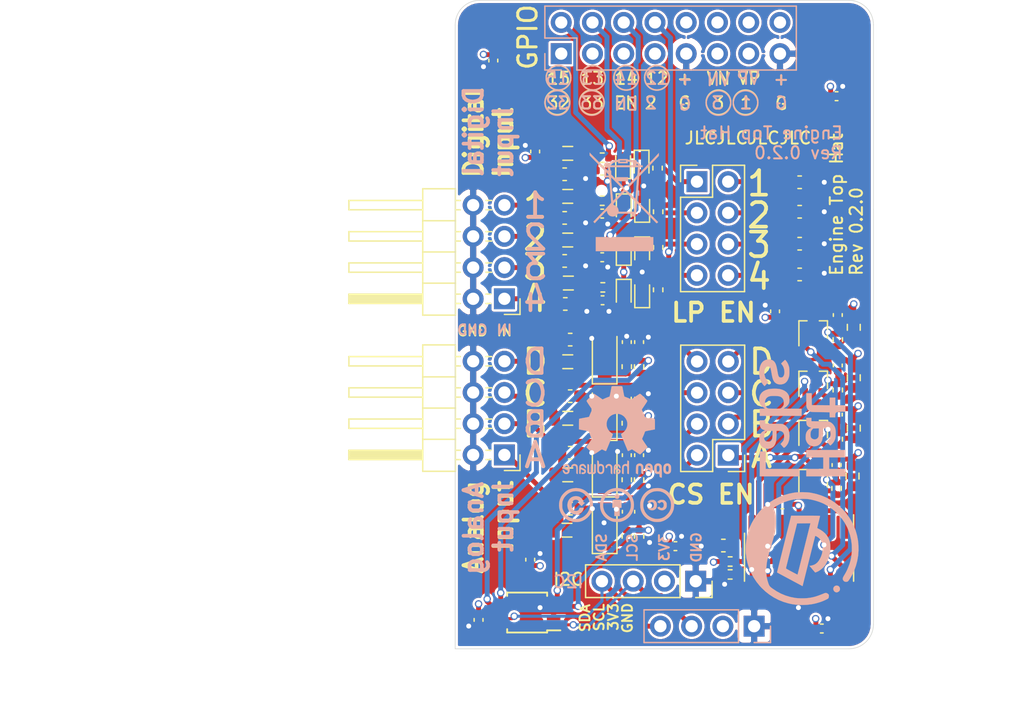
<source format=kicad_pcb>
(kicad_pcb (version 20171130) (host pcbnew "(5.1.10-0-10_14)")
  (title_block (title "Engine Top Hat for SH-ESP32") (date 2021-04-27) (rev 0.1.0) (company "Hat Labs Ltd") (comment 1 https://creativecommons.org/licenses/by-sa/4.0) (comment 2 "To view a copy of this license, visit ") (comment 3 "This design is licensed under CC BY-SA 4.0."))
  (layers (0 F.Cu signal) (1 In1.Cu power) (2 In2.Cu power) (31 B.Cu signal) (34 B.Paste user) (35 F.Paste user) (36 B.SilkS user) (37 F.SilkS user) (38 B.Mask user) (39 F.Mask user) (44 Edge.Cuts user))
  (net 0 "")
  (net 1 GND)
  (net 2 +3V3)
  (net 3 "Net-(C501-Pad1)")
  (net 4 "Net-(C502-Pad1)")
  (net 5 "/Digital input/In1")
  (net 6 "/Digital input/In2")
  (net 7 "/Digital input/In3")
  (net 8 "/Digital input/In4")
  (net 9 "/Digital input/InF1")
  (net 10 "/Digital input/InF2")
  (net 11 "/Digital input/InF3")
  (net 12 "/Digital input/InF4")
  (net 13 "Net-(C309-Pad1)")
  (net 14 "Net-(C310-Pad1)")
  (net 15 "Net-(C311-Pad1)")
  (net 16 "Net-(C312-Pad1)")
  (net 17 "Net-(C503-Pad1)")
  (net 18 "Net-(C504-Pad1)")
  (net 19 "/Analog input/Vin")
  (net 20 "/Analog input/InA")
  (net 21 "/Analog input/InB")
  (net 22 "/Analog input/InC")
  (net 23 "/Analog input/InD")
  (net 24 "/Analog input/InFA")
  (net 25 "/Analog input/InFB")
  (net 26 "/Analog input/InFC")
  (net 27 "/Analog input/InFD")
  (net 28 "/Analog input/ADC_A")
  (net 29 "/Analog input/ADC_B")
  (net 30 "/Analog input/ADC_C")
  (net 31 "/Analog input/ADC_D")
  (net 32 /DI1)
  (net 33 /DI2)
  (net 34 /DI3)
  (net 35 /DI4)
  (net 36 "/Analog input/SDA")
  (net 37 "/Analog input/SCL")
  (net 38 "/Analog input/IoutA")
  (net 39 "Net-(Q501-Pad2)")
  (net 40 "Net-(Q501-Pad1)")
  (net 41 "/Analog input/IoutB")
  (net 42 "Net-(Q502-Pad2)")
  (net 43 "Net-(Q502-Pad1)")
  (net 44 "/Analog input/IoutC")
  (net 45 "Net-(Q503-Pad2)")
  (net 46 "Net-(Q503-Pad1)")
  (net 47 "/Analog input/IoutD")
  (net 48 "Net-(Q504-Pad2)")
  (net 49 "Net-(Q504-Pad1)")
  (module Resistor_SMD:R_0402_1005Metric (layer F.Cu) (at 142.5 80.55 90)
    (fp_text reference R308 hide)
    (fp_text value 1M hide)
    (pad 2 smd roundrect (at 0.51 0 90) (size 0.54 0.64) (layers F.Cu F.Paste F.Mask) (net 1 GND))
    (pad 1 smd roundrect (at -0.51 0 90) (size 0.54 0.64) (layers F.Cu F.Paste F.Mask) (net 35 /DI4))
  )
  (module Resistor_SMD:R_0402_1005Metric (layer F.Cu) (at 142.5 77.1 270)
    (fp_text reference R307 hide)
    (fp_text value 1M hide)
    (pad 2 smd roundrect (at 0.51 0 270) (size 0.54 0.64) (layers F.Cu F.Paste F.Mask) (net 1 GND))
    (pad 1 smd roundrect (at -0.51 0 270) (size 0.54 0.64) (layers F.Cu F.Paste F.Mask) (net 34 /DI3))
  )
  (module Resistor_SMD:R_0402_1005Metric (layer F.Cu) (at 142.5 74.2 90)
    (fp_text reference R306 hide)
    (fp_text value 1M hide)
    (pad 2 smd roundrect (at 0.51 0 90) (size 0.54 0.64) (layers F.Cu F.Paste F.Mask) (net 1 GND))
    (pad 1 smd roundrect (at -0.51 0 90) (size 0.54 0.64) (layers F.Cu F.Paste F.Mask) (net 33 /DI2))
  )
  (module Resistor_SMD:R_0402_1005Metric (layer F.Cu) (at 142.45 70.65 270)
    (fp_text reference R305 hide)
    (fp_text value 1M hide)
    (pad 2 smd roundrect (at 0.51 0 270) (size 0.54 0.64) (layers F.Cu F.Paste F.Mask) (net 1 GND))
    (pad 1 smd roundrect (at -0.51 0 270) (size 0.54 0.64) (layers F.Cu F.Paste F.Mask) (net 32 /DI1))
  )
  (module Connector_PinHeader_2.54mm:PinHeader_2x04_P2.54mm_Vertical (layer F.Cu) (at 148.2 94 180)
    (fp_text reference J501 hide)
    (fp_text value Conn_02x04_Odd_Even hide)
    (pad 8 thru_hole oval (at 2.54 7.62 180) (size 1.7 1.7) (drill 1) (layers *.Cu *.Mask) (net 23 "/Analog input/InD"))
    (pad 7 thru_hole oval (at 0 7.62 180) (size 1.7 1.7) (drill 1) (layers *.Cu *.Mask) (net 47 "/Analog input/IoutD"))
    (pad 6 thru_hole oval (at 2.54 5.08 180) (size 1.7 1.7) (drill 1) (layers *.Cu *.Mask) (net 22 "/Analog input/InC"))
    (pad 5 thru_hole oval (at 0 5.08 180) (size 1.7 1.7) (drill 1) (layers *.Cu *.Mask) (net 44 "/Analog input/IoutC"))
    (pad 4 thru_hole oval (at 2.54 2.54 180) (size 1.7 1.7) (drill 1) (layers *.Cu *.Mask) (net 21 "/Analog input/InB"))
    (pad 3 thru_hole oval (at 0 2.54 180) (size 1.7 1.7) (drill 1) (layers *.Cu *.Mask) (net 41 "/Analog input/IoutB"))
    (pad 2 thru_hole oval (at 2.54 0 180) (size 1.7 1.7) (drill 1) (layers *.Cu *.Mask) (net 20 "/Analog input/InA"))
    (pad 1 thru_hole rect (at 0 0 180) (size 1.7 1.7) (drill 1) (layers *.Cu *.Mask) (net 38 "/Analog input/IoutA"))
  )
  (module Connector_PinHeader_2.54mm:PinHeader_2x04_P2.54mm_Vertical (layer F.Cu) (at 145.65 71.75)
    (fp_text reference J302 hide)
    (fp_text value Conn_02x04_Odd_Even hide)
    (pad 8 thru_hole oval (at 2.54 7.62) (size 1.7 1.7) (drill 1) (layers *.Cu *.Mask) (net 13 "Net-(C309-Pad1)"))
    (pad 7 thru_hole oval (at 0 7.62) (size 1.7 1.7) (drill 1) (layers *.Cu *.Mask) (net 35 /DI4))
    (pad 6 thru_hole oval (at 2.54 5.08) (size 1.7 1.7) (drill 1) (layers *.Cu *.Mask) (net 14 "Net-(C310-Pad1)"))
    (pad 5 thru_hole oval (at 0 5.08) (size 1.7 1.7) (drill 1) (layers *.Cu *.Mask) (net 34 /DI3))
    (pad 4 thru_hole oval (at 2.54 2.54) (size 1.7 1.7) (drill 1) (layers *.Cu *.Mask) (net 15 "Net-(C311-Pad1)"))
    (pad 3 thru_hole oval (at 0 2.54) (size 1.7 1.7) (drill 1) (layers *.Cu *.Mask) (net 33 /DI2))
    (pad 2 thru_hole oval (at 2.54 0) (size 1.7 1.7) (drill 1) (layers *.Cu *.Mask) (net 16 "Net-(C312-Pad1)"))
    (pad 1 thru_hole rect (at 0 0) (size 1.7 1.7) (drill 1) (layers *.Cu *.Mask) (net 32 /DI1))
  )
  (module Capacitor_SMD:C_0603_1608Metric (layer F.Cu) (at 154 71.8)
    (fp_text reference C312 hide)
    (fp_text value 680pF hide)
    (pad 2 smd roundrect (at 0.775 0) (size 0.9 0.95) (layers F.Cu F.Paste F.Mask) (net 1 GND))
    (pad 1 smd roundrect (at -0.775 0) (size 0.9 0.95) (layers F.Cu F.Paste F.Mask) (net 16 "Net-(C312-Pad1)"))
  )
  (module Capacitor_SMD:C_0603_1608Metric (layer F.Cu) (at 154 74.2)
    (fp_text reference C311 hide)
    (fp_text value 680pF hide)
    (pad 2 smd roundrect (at 0.775 0) (size 0.9 0.95) (layers F.Cu F.Paste F.Mask) (net 1 GND))
    (pad 1 smd roundrect (at -0.775 0) (size 0.9 0.95) (layers F.Cu F.Paste F.Mask) (net 15 "Net-(C311-Pad1)"))
  )
  (module Capacitor_SMD:C_0603_1608Metric (layer F.Cu) (at 154 76.8)
    (fp_text reference C310 hide)
    (fp_text value 680pF hide)
    (pad 2 smd roundrect (at 0.775 0) (size 0.9 0.95) (layers F.Cu F.Paste F.Mask) (net 1 GND))
    (pad 1 smd roundrect (at -0.775 0) (size 0.9 0.95) (layers F.Cu F.Paste F.Mask) (net 14 "Net-(C310-Pad1)"))
  )
  (module Capacitor_SMD:C_0603_1608Metric (layer F.Cu) (at 154 79.3)
    (fp_text reference C309 hide)
    (fp_text value 680pF hide)
    (pad 2 smd roundrect (at 0.775 0) (size 0.9 0.95) (layers F.Cu F.Paste F.Mask) (net 1 GND))
    (pad 1 smd roundrect (at -0.775 0) (size 0.9 0.95) (layers F.Cu F.Paste F.Mask) (net 13 "Net-(C309-Pad1)"))
  )
  (module Connector_PinSocket_2.54mm:PinSocket_2x08_P2.54mm_Vertical (layer B.Cu) (at 134.62 61.34 270)
    (fp_text reference J403 hide)
    (fp_text value "GPIO subset" hide)
    (pad 16 thru_hole oval (at -2.54 -17.78 270) (size 1.7 1.7) (drill 1) (layers *.Cu *.Mask) (net 2 +3V3))
    (pad 15 thru_hole oval (at 0 -17.78 270) (size 1.7 1.7) (drill 1) (layers *.Cu *.Mask) (net 1 GND))
    (pad 14 thru_hole oval (at -2.54 -15.24 270) (size 1.7 1.7) (drill 1) (layers *.Cu *.Mask))
    (pad 13 thru_hole oval (at 0 -15.24 270) (size 1.7 1.7) (drill 1) (layers *.Cu *.Mask))
    (pad 12 thru_hole oval (at -2.54 -12.7 270) (size 1.7 1.7) (drill 1) (layers *.Cu *.Mask))
    (pad 11 thru_hole oval (at 0 -12.7 270) (size 1.7 1.7) (drill 1) (layers *.Cu *.Mask))
    (pad 10 thru_hole oval (at -2.54 -10.16 270) (size 1.7 1.7) (drill 1) (layers *.Cu *.Mask) (net 2 +3V3))
    (pad 9 thru_hole oval (at 0 -10.16 270) (size 1.7 1.7) (drill 1) (layers *.Cu *.Mask) (net 1 GND))
    (pad 8 thru_hole oval (at -2.54 -7.62 270) (size 1.7 1.7) (drill 1) (layers *.Cu *.Mask) (net 35 /DI4))
    (pad 7 thru_hole oval (at 0 -7.62 270) (size 1.7 1.7) (drill 1) (layers *.Cu *.Mask))
    (pad 6 thru_hole oval (at -2.54 -5.08 270) (size 1.7 1.7) (drill 1) (layers *.Cu *.Mask) (net 34 /DI3))
    (pad 5 thru_hole oval (at 0 -5.08 270) (size 1.7 1.7) (drill 1) (layers *.Cu *.Mask))
    (pad 4 thru_hole oval (at -2.54 -2.54 270) (size 1.7 1.7) (drill 1) (layers *.Cu *.Mask) (net 33 /DI2))
    (pad 3 thru_hole oval (at 0 -2.54 270) (size 1.7 1.7) (drill 1) (layers *.Cu *.Mask))
    (pad 2 thru_hole oval (at -2.54 0 270) (size 1.7 1.7) (drill 1) (layers *.Cu *.Mask) (net 32 /DI1))
    (pad 1 thru_hole rect (at 0 0 270) (size 1.7 1.7) (drill 1) (layers *.Cu *.Mask))
  )
  (module Diode_SMD:D_SOD-523 (layer F.Cu) (at 141.2 80.85 90)
    (fp_text reference D308 hide)
    (fp_text value MSK4005 hide)
    (pad 1 smd rect (at -0.7 0 270) (size 0.6 0.7) (layers F.Cu F.Paste F.Mask) (net 35 /DI4))
    (pad 2 smd rect (at 0.7 0 270) (size 0.6 0.7) (layers F.Cu F.Paste F.Mask) (net 1 GND))
  )
  (module Diode_SMD:D_SOD-523 (layer F.Cu) (at 139.7 80.85 270)
    (fp_text reference D307 hide)
    (fp_text value MSK4005 hide)
    (pad 1 smd rect (at -0.7 0 90) (size 0.6 0.7) (layers F.Cu F.Paste F.Mask) (net 2 +3V3))
    (pad 2 smd rect (at 0.7 0 90) (size 0.6 0.7) (layers F.Cu F.Paste F.Mask) (net 35 /DI4))
  )
  (module Diode_SMD:D_SOD-523 (layer F.Cu) (at 141.2 77.4 270)
    (fp_text reference D306 hide)
    (fp_text value MSK4005 hide)
    (pad 1 smd rect (at -0.7 0 90) (size 0.6 0.7) (layers F.Cu F.Paste F.Mask) (net 34 /DI3))
    (pad 2 smd rect (at 0.7 0 90) (size 0.6 0.7) (layers F.Cu F.Paste F.Mask) (net 1 GND))
  )
  (module Diode_SMD:D_SOD-523 (layer F.Cu) (at 139.7 77.4 90)
    (fp_text reference D305 hide)
    (fp_text value MSK4005 hide)
    (pad 1 smd rect (at -0.7 0 270) (size 0.6 0.7) (layers F.Cu F.Paste F.Mask) (net 2 +3V3))
    (pad 2 smd rect (at 0.7 0 270) (size 0.6 0.7) (layers F.Cu F.Paste F.Mask) (net 34 /DI3))
  )
  (module Diode_SMD:D_SOD-523 (layer F.Cu) (at 141.2 73.9 90)
    (fp_text reference D304 hide)
    (fp_text value MSK4005 hide)
    (pad 1 smd rect (at -0.7 0 270) (size 0.6 0.7) (layers F.Cu F.Paste F.Mask) (net 33 /DI2))
    (pad 2 smd rect (at 0.7 0 270) (size 0.6 0.7) (layers F.Cu F.Paste F.Mask) (net 1 GND))
  )
  (module Diode_SMD:D_SOD-523 (layer F.Cu) (at 139.7 73.9 270)
    (fp_text reference D303 hide)
    (fp_text value MSK4005 hide)
    (pad 1 smd rect (at -0.7 0 90) (size 0.6 0.7) (layers F.Cu F.Paste F.Mask) (net 2 +3V3))
    (pad 2 smd rect (at 0.7 0 90) (size 0.6 0.7) (layers F.Cu F.Paste F.Mask) (net 33 /DI2))
  )
  (module Diode_SMD:D_SOD-523 (layer F.Cu) (at 141.15 70.35 270)
    (fp_text reference D302 hide)
    (fp_text value MSK4005 hide)
    (pad 1 smd rect (at -0.7 0 90) (size 0.6 0.7) (layers F.Cu F.Paste F.Mask) (net 32 /DI1))
    (pad 2 smd rect (at 0.7 0 90) (size 0.6 0.7) (layers F.Cu F.Paste F.Mask) (net 1 GND))
  )
  (module Diode_SMD:D_SOD-523 (layer F.Cu) (at 139.65 70.35 90)
    (fp_text reference D301 hide)
    (fp_text value MSK4005 hide)
    (pad 1 smd rect (at -0.7 0 270) (size 0.6 0.7) (layers F.Cu F.Paste F.Mask) (net 2 +3V3))
    (pad 2 smd rect (at 0.7 0 270) (size 0.6 0.7) (layers F.Cu F.Paste F.Mask) (net 32 /DI1))
  )
  (module Connector_PinHeader_2.54mm:PinHeader_2x04_P2.54mm_Horizontal (layer F.Cu) (at 130 81.28 180)
    (fp_text reference J301 hide)
    (fp_text value Conn_02x04_Odd_Even hide)
    (pad 8 thru_hole oval (at 2.54 7.62 180) (size 1.7 1.7) (drill 1) (layers *.Cu *.Mask) (net 1 GND))
    (pad 7 thru_hole oval (at 0 7.62 180) (size 1.7 1.7) (drill 1) (layers *.Cu *.Mask) (net 5 "/Digital input/In1"))
    (pad 6 thru_hole oval (at 2.54 5.08 180) (size 1.7 1.7) (drill 1) (layers *.Cu *.Mask) (net 1 GND))
    (pad 5 thru_hole oval (at 0 5.08 180) (size 1.7 1.7) (drill 1) (layers *.Cu *.Mask) (net 6 "/Digital input/In2"))
    (pad 4 thru_hole oval (at 2.54 2.54 180) (size 1.7 1.7) (drill 1) (layers *.Cu *.Mask) (net 1 GND))
    (pad 3 thru_hole oval (at 0 2.54 180) (size 1.7 1.7) (drill 1) (layers *.Cu *.Mask) (net 7 "/Digital input/In3"))
    (pad 2 thru_hole oval (at 2.54 0 180) (size 1.7 1.7) (drill 1) (layers *.Cu *.Mask) (net 1 GND))
    (pad 1 thru_hole rect (at 0 0 180) (size 1.7 1.7) (drill 1) (layers *.Cu *.Mask) (net 8 "/Digital input/In4"))
  )
  (module Package_SO:TSSOP-10_3x3mm_P0.5mm (layer F.Cu) (at 131.85 106.8 180)
    (fp_text reference U502 hide)
    (fp_text value ADS1115IDGS hide)
    (pad 10 smd rect (at 2.15 -1 180) (size 1.1 0.25) (layers F.Cu F.Paste F.Mask) (net 37 "/Analog input/SCL"))
    (pad 9 smd rect (at 2.15 -0.5 180) (size 1.1 0.25) (layers F.Cu F.Paste F.Mask) (net 36 "/Analog input/SDA"))
    (pad 8 smd rect (at 2.15 0 180) (size 1.1 0.25) (layers F.Cu F.Paste F.Mask) (net 2 +3V3))
    (pad 7 smd rect (at 2.15 0.5 180) (size 1.1 0.25) (layers F.Cu F.Paste F.Mask) (net 31 "/Analog input/ADC_D"))
    (pad 6 smd rect (at 2.15 1 180) (size 1.1 0.25) (layers F.Cu F.Paste F.Mask) (net 30 "/Analog input/ADC_C"))
    (pad 5 smd rect (at -2.15 1 180) (size 1.1 0.25) (layers F.Cu F.Paste F.Mask) (net 29 "/Analog input/ADC_B"))
    (pad 4 smd rect (at -2.15 0.5 180) (size 1.1 0.25) (layers F.Cu F.Paste F.Mask) (net 28 "/Analog input/ADC_A"))
    (pad 3 smd rect (at -2.15 0 180) (size 1.1 0.25) (layers F.Cu F.Paste F.Mask) (net 1 GND))
    (pad 2 smd rect (at -2.15 -0.5 180) (size 1.1 0.25) (layers F.Cu F.Paste F.Mask))
    (pad 1 smd rect (at -2.15 -1 180) (size 1.1 0.25) (layers F.Cu F.Paste F.Mask) (net 37 "/Analog input/SCL"))
  )
  (module Resistor_SMD:R_0402_1005Metric (layer F.Cu) (at 140.95 86.8 90)
    (fp_text reference R518 hide)
    (fp_text value 3.9k hide)
    (pad 2 smd roundrect (at 0.51 0 90) (size 0.54 0.64) (layers F.Cu F.Paste F.Mask) (net 31 "/Analog input/ADC_D"))
    (pad 1 smd roundrect (at -0.51 0 90) (size 0.54 0.64) (layers F.Cu F.Paste F.Mask) (net 1 GND))
  )
  (module Resistor_SMD:R_0402_1005Metric (layer F.Cu) (at 139.95 86.8 270)
    (fp_text reference R517 hide)
    (fp_text value 51k hide)
    (pad 2 smd roundrect (at 0.51 0 270) (size 0.54 0.64) (layers F.Cu F.Paste F.Mask) (net 27 "/Analog input/InFD"))
    (pad 1 smd roundrect (at -0.51 0 270) (size 0.54 0.64) (layers F.Cu F.Paste F.Mask) (net 31 "/Analog input/ADC_D"))
  )
  (module Resistor_SMD:R_0402_1005Metric (layer F.Cu) (at 140.95 91.4 90)
    (fp_text reference R516 hide)
    (fp_text value 3.9k hide)
    (pad 2 smd roundrect (at 0.51 0 90) (size 0.54 0.64) (layers F.Cu F.Paste F.Mask) (net 30 "/Analog input/ADC_C"))
    (pad 1 smd roundrect (at -0.51 0 90) (size 0.54 0.64) (layers F.Cu F.Paste F.Mask) (net 1 GND))
  )
  (module Resistor_SMD:R_0402_1005Metric (layer F.Cu) (at 139.95 91.4 270)
    (fp_text reference R515 hide)
    (fp_text value 51k hide)
    (pad 2 smd roundrect (at 0.51 0 270) (size 0.54 0.64) (layers F.Cu F.Paste F.Mask) (net 26 "/Analog input/InFC"))
    (pad 1 smd roundrect (at -0.51 0 270) (size 0.54 0.64) (layers F.Cu F.Paste F.Mask) (net 30 "/Analog input/ADC_C"))
  )
  (module Resistor_SMD:R_0402_1005Metric (layer F.Cu) (at 140.95 96 90)
    (fp_text reference R514 hide)
    (fp_text value 3.9k hide)
    (pad 2 smd roundrect (at 0.51 0 90) (size 0.54 0.64) (layers F.Cu F.Paste F.Mask) (net 29 "/Analog input/ADC_B"))
    (pad 1 smd roundrect (at -0.51 0 90) (size 0.54 0.64) (layers F.Cu F.Paste F.Mask) (net 1 GND))
  )
  (module Resistor_SMD:R_0402_1005Metric (layer F.Cu) (at 139.95 96 270)
    (fp_text reference R513 hide)
    (fp_text value 51k hide)
    (pad 2 smd roundrect (at 0.51 0 270) (size 0.54 0.64) (layers F.Cu F.Paste F.Mask) (net 25 "/Analog input/InFB"))
    (pad 1 smd roundrect (at -0.51 0 270) (size 0.54 0.64) (layers F.Cu F.Paste F.Mask) (net 29 "/Analog input/ADC_B"))
  )
  (module Resistor_SMD:R_0402_1005Metric (layer F.Cu) (at 140.95 100.6 90)
    (fp_text reference R512 hide)
    (fp_text value 3.9k hide)
    (pad 2 smd roundrect (at 0.51 0 90) (size 0.54 0.64) (layers F.Cu F.Paste F.Mask) (net 28 "/Analog input/ADC_A"))
    (pad 1 smd roundrect (at -0.51 0 90) (size 0.54 0.64) (layers F.Cu F.Paste F.Mask) (net 1 GND))
  )
  (module Resistor_SMD:R_0603_1608Metric (layer F.Cu) (at 158.4 83.6 270)
    (fp_text reference R508 hide)
    (fp_text value 30 hide)
    (pad 2 smd roundrect (at 0.825 0 270) (size 0.8 0.95) (layers F.Cu F.Paste F.Mask) (net 48 "Net-(Q504-Pad2)"))
    (pad 1 smd roundrect (at -0.825 0 270) (size 0.8 0.95) (layers F.Cu F.Paste F.Mask) (net 2 +3V3))
  )
  (module Resistor_SMD:R_0603_1608Metric (layer F.Cu) (at 158.4 87.7 270)
    (fp_text reference R507 hide)
    (fp_text value 30 hide)
    (pad 2 smd roundrect (at 0.825 0 270) (size 0.8 0.95) (layers F.Cu F.Paste F.Mask) (net 45 "Net-(Q503-Pad2)"))
    (pad 1 smd roundrect (at -0.825 0 270) (size 0.8 0.95) (layers F.Cu F.Paste F.Mask) (net 2 +3V3))
  )
  (module Resistor_SMD:R_0402_1005Metric (layer F.Cu) (at 157.1 84.6 90)
    (fp_text reference R504 hide)
    (fp_text value 1k hide)
    (pad 2 smd roundrect (at 0.51 0 90) (size 0.54 0.64) (layers F.Cu F.Paste F.Mask) (net 18 "Net-(C504-Pad1)"))
    (pad 1 smd roundrect (at -0.51 0 90) (size 0.54 0.64) (layers F.Cu F.Paste F.Mask) (net 48 "Net-(Q504-Pad2)"))
  )
  (module Resistor_SMD:R_0402_1005Metric (layer F.Cu) (at 157.1 88.7 90)
    (fp_text reference R503 hide)
    (fp_text value 1k hide)
    (pad 2 smd roundrect (at 0.51 0 90) (size 0.54 0.64) (layers F.Cu F.Paste F.Mask) (net 17 "Net-(C503-Pad1)"))
    (pad 1 smd roundrect (at -0.51 0 90) (size 0.54 0.64) (layers F.Cu F.Paste F.Mask) (net 45 "Net-(Q503-Pad2)"))
  )
  (module Resistor_SMD:R_0402_1005Metric (layer F.Cu) (at 138 80.35 180)
    (fp_text reference R304 hide)
    (fp_text value 100k hide)
    (pad 2 smd roundrect (at 0.51 0 180) (size 0.54 0.64) (layers F.Cu F.Paste F.Mask) (net 12 "/Digital input/InF4"))
    (pad 1 smd roundrect (at -0.51 0 180) (size 0.54 0.64) (layers F.Cu F.Paste F.Mask) (net 35 /DI4))
  )
  (module Resistor_SMD:R_0402_1005Metric (layer F.Cu) (at 137.95 76.85 180)
    (fp_text reference R303 hide)
    (fp_text value 100k hide)
    (pad 2 smd roundrect (at 0.51 0 180) (size 0.54 0.64) (layers F.Cu F.Paste F.Mask) (net 11 "/Digital input/InF3"))
    (pad 1 smd roundrect (at -0.51 0 180) (size 0.54 0.64) (layers F.Cu F.Paste F.Mask) (net 34 /DI3))
  )
  (module Resistor_SMD:R_0402_1005Metric (layer F.Cu) (at 137.95 73.3 180)
    (fp_text reference R302 hide)
    (fp_text value 100k hide)
    (pad 2 smd roundrect (at 0.51 0 180) (size 0.54 0.64) (layers F.Cu F.Paste F.Mask) (net 10 "/Digital input/InF2"))
    (pad 1 smd roundrect (at -0.51 0 180) (size 0.54 0.64) (layers F.Cu F.Paste F.Mask) (net 33 /DI2))
  )
  (module Resistor_SMD:R_0402_1005Metric (layer F.Cu) (at 137.95 69.8 180)
    (fp_text reference R301 hide)
    (fp_text value 100k hide)
    (pad 2 smd roundrect (at 0.51 0 180) (size 0.54 0.64) (layers F.Cu F.Paste F.Mask) (net 9 "/Digital input/InF1"))
    (pad 1 smd roundrect (at -0.51 0 180) (size 0.54 0.64) (layers F.Cu F.Paste F.Mask) (net 32 /DI1))
  )
  (module Package_TO_SOT_SMD:SOT-323_SC-70 (layer F.Cu) (at 155.1 83.8 90)
    (fp_text reference Q504 hide)
    (fp_text value S9015 hide)
    (pad 3 smd rect (at 1 0) (size 0.45 0.7) (layers F.Cu F.Paste F.Mask) (net 47 "/Analog input/IoutD"))
    (pad 2 smd rect (at -1 0.65) (size 0.45 0.7) (layers F.Cu F.Paste F.Mask) (net 48 "Net-(Q504-Pad2)"))
    (pad 1 smd rect (at -1 -0.65) (size 0.45 0.7) (layers F.Cu F.Paste F.Mask) (net 49 "Net-(Q504-Pad1)"))
  )
  (module Package_TO_SOT_SMD:SOT-323_SC-70 (layer F.Cu) (at 155.1 87.9 90)
    (fp_text reference Q503 hide)
    (fp_text value S9015 hide)
    (pad 3 smd rect (at 1 0) (size 0.45 0.7) (layers F.Cu F.Paste F.Mask) (net 44 "/Analog input/IoutC"))
    (pad 2 smd rect (at -1 0.65) (size 0.45 0.7) (layers F.Cu F.Paste F.Mask) (net 45 "Net-(Q503-Pad2)"))
    (pad 1 smd rect (at -1 -0.65) (size 0.45 0.7) (layers F.Cu F.Paste F.Mask) (net 46 "Net-(Q503-Pad1)"))
  )
  (module Connector_PinHeader_2.54mm:PinHeader_2x04_P2.54mm_Horizontal (layer F.Cu) (at 130 93.98 180)
    (fp_text reference J502 hide)
    (fp_text value Conn_02x04 hide)
    (pad 8 thru_hole oval (at 2.54 7.62 180) (size 1.7 1.7) (drill 1) (layers *.Cu *.Mask) (net 1 GND))
    (pad 7 thru_hole oval (at 0 7.62 180) (size 1.7 1.7) (drill 1) (layers *.Cu *.Mask) (net 23 "/Analog input/InD"))
    (pad 6 thru_hole oval (at 2.54 5.08 180) (size 1.7 1.7) (drill 1) (layers *.Cu *.Mask) (net 1 GND))
    (pad 5 thru_hole oval (at 0 5.08 180) (size 1.7 1.7) (drill 1) (layers *.Cu *.Mask) (net 22 "/Analog input/InC"))
    (pad 4 thru_hole oval (at 2.54 2.54 180) (size 1.7 1.7) (drill 1) (layers *.Cu *.Mask) (net 1 GND))
    (pad 3 thru_hole oval (at 0 2.54 180) (size 1.7 1.7) (drill 1) (layers *.Cu *.Mask) (net 21 "/Analog input/InB"))
    (pad 2 thru_hole oval (at 2.54 0 180) (size 1.7 1.7) (drill 1) (layers *.Cu *.Mask) (net 1 GND))
    (pad 1 thru_hole rect (at 0 0 180) (size 1.7 1.7) (drill 1) (layers *.Cu *.Mask) (net 20 "/Analog input/InA"))
  )
  (module Inductor_SMD:L_0805_2012Metric (layer F.Cu) (at 135.15 86.4 180)
    (fp_text reference FB504 hide)
    (fp_text value GZ2012D601TF hide)
    (pad 2 smd roundrect (at 1.0625 0 180) (size 0.875 1.2) (layers F.Cu F.Paste F.Mask) (net 23 "/Analog input/InD"))
    (pad 1 smd roundrect (at -1.0625 0 180) (size 0.875 1.2) (layers F.Cu F.Paste F.Mask) (net 27 "/Analog input/InFD"))
  )
  (module Inductor_SMD:L_0805_2012Metric (layer F.Cu) (at 135.15 91 180)
    (fp_text reference FB503 hide)
    (fp_text value GZ2012D601TF hide)
    (pad 2 smd roundrect (at 1.0625 0 180) (size 0.875 1.2) (layers F.Cu F.Paste F.Mask) (net 22 "/Analog input/InC"))
    (pad 1 smd roundrect (at -1.0625 0 180) (size 0.875 1.2) (layers F.Cu F.Paste F.Mask) (net 26 "/Analog input/InFC"))
  )
  (module Inductor_SMD:L_0805_2012Metric (layer F.Cu) (at 135.15 95.6 180)
    (fp_text reference FB502 hide)
    (fp_text value GZ2012D601TF hide)
    (pad 2 smd roundrect (at 1.0625 0 180) (size 0.875 1.2) (layers F.Cu F.Paste F.Mask) (net 21 "/Analog input/InB"))
    (pad 1 smd roundrect (at -1.0625 0 180) (size 0.875 1.2) (layers F.Cu F.Paste F.Mask) (net 25 "/Analog input/InFB"))
  )
  (module Inductor_SMD:L_0805_2012Metric (layer F.Cu) (at 135.0875 100.1 180)
    (fp_text reference FB501 hide)
    (fp_text value GZ2012D601TF hide)
    (pad 2 smd roundrect (at 1.0625 0 180) (size 0.875 1.2) (layers F.Cu F.Paste F.Mask) (net 20 "/Analog input/InA"))
    (pad 1 smd roundrect (at -1.0625 0 180) (size 0.875 1.2) (layers F.Cu F.Paste F.Mask) (net 24 "/Analog input/InFA"))
  )
  (module Inductor_SMD:L_0805_2012Metric (layer F.Cu) (at 135.2 80 180)
    (fp_text reference FB304 hide)
    (fp_text value GZ2012D101TF hide)
    (pad 2 smd roundrect (at 1.0625 0 180) (size 0.875 1.2) (layers F.Cu F.Paste F.Mask) (net 8 "/Digital input/In4"))
    (pad 1 smd roundrect (at -1.0625 0 180) (size 0.875 1.2) (layers F.Cu F.Paste F.Mask) (net 12 "/Digital input/InF4"))
  )
  (module Inductor_SMD:L_0805_2012Metric (layer F.Cu) (at 135.15 76.5 180)
    (fp_text reference FB303 hide)
    (fp_text value GZ2012D101TF hide)
    (pad 2 smd roundrect (at 1.0625 0 180) (size 0.875 1.2) (layers F.Cu F.Paste F.Mask) (net 7 "/Digital input/In3"))
    (pad 1 smd roundrect (at -1.0625 0 180) (size 0.875 1.2) (layers F.Cu F.Paste F.Mask) (net 11 "/Digital input/InF3"))
  )
  (module Inductor_SMD:L_0805_2012Metric (layer F.Cu) (at 135.15 72.95 180)
    (fp_text reference FB302 hide)
    (fp_text value GZ2012D101TF hide)
    (pad 2 smd roundrect (at 1.0625 0 180) (size 0.875 1.2) (layers F.Cu F.Paste F.Mask) (net 6 "/Digital input/In2"))
    (pad 1 smd roundrect (at -1.0625 0 180) (size 0.875 1.2) (layers F.Cu F.Paste F.Mask) (net 10 "/Digital input/InF2"))
  )
  (module Inductor_SMD:L_0805_2012Metric (layer F.Cu) (at 135.15 69.45 180)
    (fp_text reference FB301 hide)
    (fp_text value GZ2012D101TF hide)
    (pad 2 smd roundrect (at 1.0625 0 180) (size 0.875 1.2) (layers F.Cu F.Paste F.Mask) (net 5 "/Digital input/In1"))
    (pad 1 smd roundrect (at -1.0625 0 180) (size 0.875 1.2) (layers F.Cu F.Paste F.Mask) (net 9 "/Digital input/InF1"))
  )
  (module Diode_SMD:D_SOD-123F (layer F.Cu) (at 138.15 86 90)
    (fp_text reference D504 hide)
    (fp_text value SMF33A hide)
    (pad 2 smd rect (at 1.4 0 90) (size 1.1 1.1) (layers F.Cu F.Paste F.Mask) (net 1 GND))
    (pad 1 smd rect (at -1.4 0 90) (size 1.1 1.1) (layers F.Cu F.Paste F.Mask) (net 27 "/Analog input/InFD"))
  )
  (module Diode_SMD:D_SOD-123F (layer F.Cu) (at 138.15 90.6 90)
    (fp_text reference D503 hide)
    (fp_text value SMF33A hide)
    (pad 2 smd rect (at 1.4 0 90) (size 1.1 1.1) (layers F.Cu F.Paste F.Mask) (net 1 GND))
    (pad 1 smd rect (at -1.4 0 90) (size 1.1 1.1) (layers F.Cu F.Paste F.Mask) (net 26 "/Analog input/InFC"))
  )
  (module Diode_SMD:D_SOD-123F (layer F.Cu) (at 138.15 95.2 90)
    (fp_text reference D502 hide)
    (fp_text value SMF33A hide)
    (pad 2 smd rect (at 1.4 0 90) (size 1.1 1.1) (layers F.Cu F.Paste F.Mask) (net 1 GND))
    (pad 1 smd rect (at -1.4 0 90) (size 1.1 1.1) (layers F.Cu F.Paste F.Mask) (net 25 "/Analog input/InFB"))
  )
  (module Diode_SMD:D_SOD-123F (layer F.Cu) (at 138.15 99.8 90)
    (fp_text reference D501 hide)
    (fp_text value SMF33A hide)
    (pad 2 smd rect (at 1.4 0 90) (size 1.1 1.1) (layers F.Cu F.Paste F.Mask) (net 1 GND))
    (pad 1 smd rect (at -1.4 0 90) (size 1.1 1.1) (layers F.Cu F.Paste F.Mask) (net 24 "/Analog input/InFA"))
  )
  (module Capacitor_SMD:C_0402_1005Metric (layer F.Cu) (at 127.9 107.4 270)
    (fp_text reference C519 hide)
    (fp_text value 100nF hide)
    (pad 2 smd roundrect (at 0.48 0 270) (size 0.56 0.62) (layers F.Cu F.Paste F.Mask) (net 1 GND))
    (pad 1 smd roundrect (at -0.48 0 270) (size 0.56 0.62) (layers F.Cu F.Paste F.Mask) (net 2 +3V3))
  )
  (module Capacitor_SMD:C_0402_1005Metric (layer F.Cu) (at 140.95 84.8 90)
    (fp_text reference C518 hide)
    (fp_text value 470nF hide)
    (pad 2 smd roundrect (at 0.48 0 90) (size 0.56 0.62) (layers F.Cu F.Paste F.Mask) (net 1 GND))
    (pad 1 smd roundrect (at -0.48 0 90) (size 0.56 0.62) (layers F.Cu F.Paste F.Mask) (net 31 "/Analog input/ADC_D"))
  )
  (module Capacitor_SMD:C_0402_1005Metric (layer F.Cu) (at 140.95 89.4 90)
    (fp_text reference C517 hide)
    (fp_text value 470nF hide)
    (pad 2 smd roundrect (at 0.48 0 90) (size 0.56 0.62) (layers F.Cu F.Paste F.Mask) (net 1 GND))
    (pad 1 smd roundrect (at -0.48 0 90) (size 0.56 0.62) (layers F.Cu F.Paste F.Mask) (net 30 "/Analog input/ADC_C"))
  )
  (module Capacitor_SMD:C_0402_1005Metric (layer F.Cu) (at 140.95 94 90)
    (fp_text reference C516 hide)
    (fp_text value 470nF hide)
    (pad 2 smd roundrect (at 0.48 0 90) (size 0.56 0.62) (layers F.Cu F.Paste F.Mask) (net 1 GND))
    (pad 1 smd roundrect (at -0.48 0 90) (size 0.56 0.62) (layers F.Cu F.Paste F.Mask) (net 29 "/Analog input/ADC_B"))
  )
  (module Capacitor_SMD:C_0402_1005Metric (layer F.Cu) (at 139.95 84.8 90)
    (fp_text reference C514 hide)
    (fp_text value 1uF hide)
    (pad 2 smd roundrect (at 0.48 0 90) (size 0.56 0.62) (layers F.Cu F.Paste F.Mask) (net 1 GND))
    (pad 1 smd roundrect (at -0.48 0 90) (size 0.56 0.62) (layers F.Cu F.Paste F.Mask) (net 27 "/Analog input/InFD"))
  )
  (module Capacitor_SMD:C_0402_1005Metric (layer F.Cu) (at 139.95 89.4 90)
    (fp_text reference C513 hide)
    (fp_text value 1uF hide)
    (pad 2 smd roundrect (at 0.48 0 90) (size 0.56 0.62) (layers F.Cu F.Paste F.Mask) (net 1 GND))
    (pad 1 smd roundrect (at -0.48 0 90) (size 0.56 0.62) (layers F.Cu F.Paste F.Mask) (net 26 "/Analog input/InFC"))
  )
  (module Capacitor_SMD:C_0402_1005Metric (layer F.Cu) (at 139.95 94 90)
    (fp_text reference C512 hide)
    (fp_text value 1uF hide)
    (pad 2 smd roundrect (at 0.48 0 90) (size 0.56 0.62) (layers F.Cu F.Paste F.Mask) (net 1 GND))
    (pad 1 smd roundrect (at -0.48 0 90) (size 0.56 0.62) (layers F.Cu F.Paste F.Mask) (net 25 "/Analog input/InFB"))
  )
  (module Capacitor_SMD:C_0402_1005Metric (layer F.Cu) (at 139.95 98.6 90)
    (fp_text reference C511 hide)
    (fp_text value 1uF hide)
    (pad 2 smd roundrect (at 0.48 0 90) (size 0.56 0.62) (layers F.Cu F.Paste F.Mask) (net 1 GND))
    (pad 1 smd roundrect (at -0.48 0 90) (size 0.56 0.62) (layers F.Cu F.Paste F.Mask) (net 24 "/Analog input/InFA"))
  )
  (module Capacitor_SMD:C_0603_1608Metric (layer F.Cu) (at 135.35 84.6)
    (fp_text reference C510 hide)
    (fp_text value 1uF hide)
    (pad 2 smd roundrect (at 0.775 0) (size 0.9 0.95) (layers F.Cu F.Paste F.Mask) (net 1 GND))
    (pad 1 smd roundrect (at -0.775 0) (size 0.9 0.95) (layers F.Cu F.Paste F.Mask) (net 23 "/Analog input/InD"))
  )
  (module Capacitor_SMD:C_0603_1608Metric (layer F.Cu) (at 135.35 89.2)
    (fp_text reference C509 hide)
    (fp_text value 1uF hide)
    (pad 2 smd roundrect (at 0.775 0) (size 0.9 0.95) (layers F.Cu F.Paste F.Mask) (net 1 GND))
    (pad 1 smd roundrect (at -0.775 0) (size 0.9 0.95) (layers F.Cu F.Paste F.Mask) (net 22 "/Analog input/InC"))
  )
  (module Capacitor_SMD:C_0603_1608Metric (layer F.Cu) (at 135.35 93.8)
    (fp_text reference C508 hide)
    (fp_text value 1uF hide)
    (pad 2 smd roundrect (at 0.775 0) (size 0.9 0.95) (layers F.Cu F.Paste F.Mask) (net 1 GND))
    (pad 1 smd roundrect (at -0.775 0) (size 0.9 0.95) (layers F.Cu F.Paste F.Mask) (net 21 "/Analog input/InB"))
  )
  (module Capacitor_SMD:C_0603_1608Metric (layer F.Cu) (at 135.375 98.35)
    (fp_text reference C507 hide)
    (fp_text value 1uF hide)
    (pad 2 smd roundrect (at 0.775 0) (size 0.9 0.95) (layers F.Cu F.Paste F.Mask) (net 1 GND))
    (pad 1 smd roundrect (at -0.775 0) (size 0.9 0.95) (layers F.Cu F.Paste F.Mask) (net 20 "/Analog input/InA"))
  )
  (module Capacitor_SMD:C_0402_1005Metric (layer F.Cu) (at 157.1 82.6 90)
    (fp_text reference C504 hide)
    (fp_text value 100nF hide)
    (pad 2 smd roundrect (at 0.48 0 90) (size 0.56 0.62) (layers F.Cu F.Paste F.Mask) (net 2 +3V3))
    (pad 1 smd roundrect (at -0.48 0 90) (size 0.56 0.62) (layers F.Cu F.Paste F.Mask) (net 18 "Net-(C504-Pad1)"))
  )
  (module Capacitor_SMD:C_0402_1005Metric (layer F.Cu) (at 157.1 86.7 90)
    (fp_text reference C503 hide)
    (fp_text value 100nF hide)
    (pad 2 smd roundrect (at 0.48 0 90) (size 0.56 0.62) (layers F.Cu F.Paste F.Mask) (net 2 +3V3))
    (pad 1 smd roundrect (at -0.48 0 90) (size 0.56 0.62) (layers F.Cu F.Paste F.Mask) (net 17 "Net-(C503-Pad1)"))
  )
  (module Capacitor_SMD:C_0402_1005Metric (layer F.Cu) (at 137.98 81.4)
    (fp_text reference C308 hide)
    (fp_text value 33pF hide)
    (pad 2 smd roundrect (at 0.48 0) (size 0.56 0.62) (layers F.Cu F.Paste F.Mask) (net 1 GND))
    (pad 1 smd roundrect (at -0.48 0) (size 0.56 0.62) (layers F.Cu F.Paste F.Mask) (net 12 "/Digital input/InF4"))
  )
  (module Capacitor_SMD:C_0402_1005Metric (layer F.Cu) (at 137.95 77.9)
    (fp_text reference C307 hide)
    (fp_text value 33pF hide)
    (pad 2 smd roundrect (at 0.48 0) (size 0.56 0.62) (layers F.Cu F.Paste F.Mask) (net 1 GND))
    (pad 1 smd roundrect (at -0.48 0) (size 0.56 0.62) (layers F.Cu F.Paste F.Mask) (net 11 "/Digital input/InF3"))
  )
  (module Capacitor_SMD:C_0402_1005Metric (layer F.Cu) (at 137.95 74.35)
    (fp_text reference C306 hide)
    (fp_text value 33pF hide)
    (pad 2 smd roundrect (at 0.48 0) (size 0.56 0.62) (layers F.Cu F.Paste F.Mask) (net 1 GND))
    (pad 1 smd roundrect (at -0.48 0) (size 0.56 0.62) (layers F.Cu F.Paste F.Mask) (net 10 "/Digital input/InF2"))
  )
  (module Capacitor_SMD:C_0402_1005Metric (layer F.Cu) (at 137.95 70.85)
    (fp_text reference C305 hide)
    (fp_text value 33pF hide)
    (pad 2 smd roundrect (at 0.48 0) (size 0.56 0.62) (layers F.Cu F.Paste F.Mask) (net 1 GND))
    (pad 1 smd roundrect (at -0.48 0) (size 0.56 0.62) (layers F.Cu F.Paste F.Mask) (net 9 "/Digital input/InF1"))
  )
  (module Capacitor_SMD:C_0603_1608Metric (layer F.Cu) (at 134.95 81.7)
    (fp_text reference C304 hide)
    (fp_text value 33pF/50V hide)
    (pad 2 smd roundrect (at 0.775 0) (size 0.9 0.95) (layers F.Cu F.Paste F.Mask) (net 1 GND))
    (pad 1 smd roundrect (at -0.775 0) (size 0.9 0.95) (layers F.Cu F.Paste F.Mask) (net 8 "/Digital input/In4"))
  )
  (module Capacitor_SMD:C_0603_1608Metric (layer F.Cu) (at 134.9 78.2)
    (fp_text reference C303 hide)
    (fp_text value 33pF/50V hide)
    (pad 2 smd roundrect (at 0.775 0) (size 0.9 0.95) (layers F.Cu F.Paste F.Mask) (net 1 GND))
    (pad 1 smd roundrect (at -0.775 0) (size 0.9 0.95) (layers F.Cu F.Paste F.Mask) (net 7 "/Digital input/In3"))
  )
  (module Capacitor_SMD:C_0603_1608Metric (layer F.Cu) (at 134.9 74.7)
    (fp_text reference C302 hide)
    (fp_text value 33pF/50V hide)
    (pad 2 smd roundrect (at 0.775 0) (size 0.9 0.95) (layers F.Cu F.Paste F.Mask) (net 1 GND))
    (pad 1 smd roundrect (at -0.775 0) (size 0.9 0.95) (layers F.Cu F.Paste F.Mask) (net 6 "/Digital input/In2"))
  )
  (module Capacitor_SMD:C_0603_1608Metric (layer F.Cu) (at 134.9 71.15)
    (fp_text reference C301 hide)
    (fp_text value 33pF/50V hide)
    (pad 2 smd roundrect (at 0.775 0) (size 0.9 0.95) (layers F.Cu F.Paste F.Mask) (net 1 GND))
    (pad 1 smd roundrect (at -0.775 0) (size 0.9 0.95) (layers F.Cu F.Paste F.Mask) (net 5 "/Digital input/In1"))
  )
  (module SH-ESP32-tank-hat:Hat_Labs_20mm (layer B.Cu) (at 154.2 96.2 90)
    (fp_text reference G*** hide)
    (fp_text value LOGO hide)
  )
  (module Symbol:WEEE-Logo_5.6x8mm_SilkScreen (layer B.Cu) (at 139.75 73.4 180)
    (fp_text reference REF** hide)
    (fp_text value WEEE-Logo_5.6x8mm_SilkScreen hide)
  )
  (module Package_TO_SOT_SMD:SOT-323_SC-70 (layer F.Cu) (at 155.1 91.9 90)
    (fp_text reference Q502 hide)
    (fp_text value S9015 hide)
    (pad 3 smd rect (at 1 0) (size 0.45 0.7) (layers F.Cu F.Paste F.Mask) (net 41 "/Analog input/IoutB"))
    (pad 2 smd rect (at -1 0.65) (size 0.45 0.7) (layers F.Cu F.Paste F.Mask) (net 42 "Net-(Q502-Pad2)"))
    (pad 1 smd rect (at -1 -0.65) (size 0.45 0.7) (layers F.Cu F.Paste F.Mask) (net 43 "Net-(Q502-Pad1)"))
  )
  (module Package_TO_SOT_SMD:SOT-323_SC-70 (layer F.Cu) (at 155.1 95.9 90)
    (fp_text reference Q501 hide)
    (fp_text value S9015 hide)
    (pad 3 smd rect (at 1 0) (size 0.45 0.7) (layers F.Cu F.Paste F.Mask) (net 38 "/Analog input/IoutA"))
    (pad 2 smd rect (at -1 0.65) (size 0.45 0.7) (layers F.Cu F.Paste F.Mask) (net 39 "Net-(Q501-Pad2)"))
    (pad 1 smd rect (at -1 -0.65) (size 0.45 0.7) (layers F.Cu F.Paste F.Mask) (net 40 "Net-(Q501-Pad1)"))
  )
  (module Resistor_SMD:R_0402_1005Metric (layer F.Cu) (at 139.95 100.6 270)
    (fp_text reference R511 hide)
    (fp_text value 51k hide)
    (pad 2 smd roundrect (at 0.51 0 270) (size 0.54 0.64) (layers F.Cu F.Paste F.Mask) (net 24 "/Analog input/InFA"))
    (pad 1 smd roundrect (at -0.51 0 270) (size 0.54 0.64) (layers F.Cu F.Paste F.Mask) (net 28 "/Analog input/ADC_A"))
  )
  (module Resistor_SMD:R_0402_1005Metric (layer F.Cu) (at 148.35 103.7 180)
    (fp_text reference R510 hide)
    (fp_text value 10k hide)
    (pad 2 smd roundrect (at 0.51 0 180) (size 0.54 0.64) (layers F.Cu F.Paste F.Mask) (net 1 GND))
    (pad 1 smd roundrect (at -0.51 0 180) (size 0.54 0.64) (layers F.Cu F.Paste F.Mask) (net 19 "/Analog input/Vin"))
  )
  (module Resistor_SMD:R_0402_1005Metric (layer F.Cu) (at 148.35 102.65)
    (fp_text reference R509 hide)
    (fp_text value 1k hide)
    (pad 2 smd roundrect (at 0.51 0) (size 0.54 0.64) (layers F.Cu F.Paste F.Mask) (net 19 "/Analog input/Vin"))
    (pad 1 smd roundrect (at -0.51 0) (size 0.54 0.64) (layers F.Cu F.Paste F.Mask) (net 2 +3V3))
  )
  (module Resistor_SMD:R_0603_1608Metric (layer F.Cu) (at 158.4 91.8 270)
    (fp_text reference R506 hide)
    (fp_text value 30 hide)
    (pad 2 smd roundrect (at 0.825 0 270) (size 0.8 0.95) (layers F.Cu F.Paste F.Mask) (net 42 "Net-(Q502-Pad2)"))
    (pad 1 smd roundrect (at -0.825 0 270) (size 0.8 0.95) (layers F.Cu F.Paste F.Mask) (net 2 +3V3))
  )
  (module Resistor_SMD:R_0603_1608Metric (layer F.Cu) (at 158.3 95.7 270)
    (fp_text reference R505 hide)
    (fp_text value 30 hide)
    (pad 2 smd roundrect (at 0.825 0 270) (size 0.8 0.95) (layers F.Cu F.Paste F.Mask) (net 39 "Net-(Q501-Pad2)"))
    (pad 1 smd roundrect (at -0.825 0 270) (size 0.8 0.95) (layers F.Cu F.Paste F.Mask) (net 2 +3V3))
  )
  (module Resistor_SMD:R_0402_1005Metric (layer F.Cu) (at 157.1 92.7 90)
    (fp_text reference R502 hide)
    (fp_text value 1k hide)
    (pad 2 smd roundrect (at 0.51 0 90) (size 0.54 0.64) (layers F.Cu F.Paste F.Mask) (net 4 "Net-(C502-Pad1)"))
    (pad 1 smd roundrect (at -0.51 0 90) (size 0.54 0.64) (layers F.Cu F.Paste F.Mask) (net 42 "Net-(Q502-Pad2)"))
  )
  (module Resistor_SMD:R_0402_1005Metric (layer F.Cu) (at 157 96.7 90)
    (fp_text reference R501 hide)
    (fp_text value 1k hide)
    (pad 2 smd roundrect (at 0.51 0 90) (size 0.54 0.64) (layers F.Cu F.Paste F.Mask) (net 3 "Net-(C501-Pad1)"))
    (pad 1 smd roundrect (at -0.51 0 90) (size 0.54 0.64) (layers F.Cu F.Paste F.Mask) (net 39 "Net-(Q501-Pad2)"))
  )
  (module Connector_PinSocket_2.54mm:PinSocket_1x04_P2.54mm_Vertical (layer F.Cu) (at 145.55 104.25 270)
    (fp_text reference J401 hide)
    (fp_text value I2C_top hide)
    (pad 4 thru_hole oval (at 0 7.62 270) (size 1.7 1.7) (drill 1) (layers *.Cu *.Mask) (net 36 "/Analog input/SDA"))
    (pad 3 thru_hole oval (at 0 5.08 270) (size 1.7 1.7) (drill 1) (layers *.Cu *.Mask) (net 37 "/Analog input/SCL"))
    (pad 2 thru_hole oval (at 0 2.54 270) (size 1.7 1.7) (drill 1) (layers *.Cu *.Mask) (net 2 +3V3))
    (pad 1 thru_hole rect (at 0 0 270) (size 1.7 1.7) (drill 1) (layers *.Cu *.Mask) (net 1 GND))
  )
  (module Capacitor_SMD:C_0402_1005Metric (layer F.Cu) (at 140.95 98.6 90)
    (fp_text reference C515 hide)
    (fp_text value 470nF hide)
    (pad 2 smd roundrect (at 0.48 0 90) (size 0.56 0.62) (layers F.Cu F.Paste F.Mask) (net 1 GND))
    (pad 1 smd roundrect (at -0.48 0 90) (size 0.56 0.62) (layers F.Cu F.Paste F.Mask) (net 28 "/Analog input/ADC_A"))
  )
  (module Capacitor_SMD:C_0603_1608Metric (layer F.Cu) (at 147.8 101.35 180)
    (fp_text reference C506 hide)
    (fp_text value 68nF hide)
    (pad 2 smd roundrect (at 0.775 0 180) (size 0.9 0.95) (layers F.Cu F.Paste F.Mask) (net 1 GND))
    (pad 1 smd roundrect (at -0.775 0 180) (size 0.9 0.95) (layers F.Cu F.Paste F.Mask) (net 19 "/Analog input/Vin"))
  )
  (module Capacitor_SMD:C_0402_1005Metric (layer F.Cu) (at 152.6 98 180)
    (fp_text reference C505 hide)
    (fp_text value 100nF hide)
    (pad 2 smd roundrect (at 0.48 0 180) (size 0.56 0.62) (layers F.Cu F.Paste F.Mask) (net 1 GND))
    (pad 1 smd roundrect (at -0.48 0 180) (size 0.56 0.62) (layers F.Cu F.Paste F.Mask) (net 2 +3V3))
  )
  (module Capacitor_SMD:C_0402_1005Metric (layer F.Cu) (at 157.1 90.7 90)
    (fp_text reference C502 hide)
    (fp_text value 100nF hide)
    (pad 2 smd roundrect (at 0.48 0 90) (size 0.56 0.62) (layers F.Cu F.Paste F.Mask) (net 2 +3V3))
    (pad 1 smd roundrect (at -0.48 0 90) (size 0.56 0.62) (layers F.Cu F.Paste F.Mask) (net 4 "Net-(C502-Pad1)"))
  )
  (module Capacitor_SMD:C_0402_1005Metric (layer F.Cu) (at 157 94.8 90)
    (fp_text reference C501 hide)
    (fp_text value 100nF hide)
    (pad 2 smd roundrect (at 0.48 0 90) (size 0.56 0.62) (layers F.Cu F.Paste F.Mask) (net 2 +3V3))
    (pad 1 smd roundrect (at -0.48 0 90) (size 0.56 0.62) (layers F.Cu F.Paste F.Mask) (net 3 "Net-(C501-Pad1)"))
  )
  (module Capacitor_SMD:C_0402_1005Metric (layer F.Cu) (at 132.5 69.3 270)
    (fp_text reference C207 hide)
    (fp_text value 100nF hide)
    (pad 2 smd roundrect (at 0.48 0 270) (size 0.56 0.62) (layers F.Cu F.Paste F.Mask) (net 2 +3V3))
    (pad 1 smd roundrect (at -0.48 0 270) (size 0.56 0.62) (layers F.Cu F.Paste F.Mask) (net 1 GND))
  )
  (module Capacitor_SMD:C_0402_1005Metric (layer F.Cu) (at 157 64.8 180)
    (fp_text reference C206 hide)
    (fp_text value 100nF hide)
    (pad 2 smd roundrect (at 0.48 0 180) (size 0.56 0.62) (layers F.Cu F.Paste F.Mask) (net 2 +3V3))
    (pad 1 smd roundrect (at -0.48 0 180) (size 0.56 0.62) (layers F.Cu F.Paste F.Mask) (net 1 GND))
  )
  (module Capacitor_SMD:C_0402_1005Metric (layer F.Cu) (at 152 82.3 270)
    (fp_text reference C204 hide)
    (fp_text value 100nF hide)
    (pad 2 smd roundrect (at 0.48 0 270) (size 0.56 0.62) (layers F.Cu F.Paste F.Mask) (net 2 +3V3))
    (pad 1 smd roundrect (at -0.48 0 270) (size 0.56 0.62) (layers F.Cu F.Paste F.Mask) (net 1 GND))
  )
  (module Capacitor_SMD:C_0402_1005Metric (layer F.Cu) (at 143.9 101.4 180)
    (fp_text reference C202 hide)
    (fp_text value 100nF hide)
    (pad 2 smd roundrect (at 0.48 0 180) (size 0.56 0.62) (layers F.Cu F.Paste F.Mask) (net 2 +3V3))
    (pad 1 smd roundrect (at -0.48 0 180) (size 0.56 0.62) (layers F.Cu F.Paste F.Mask) (net 1 GND))
  )
  (module Capacitor_SMD:C_0402_1005Metric (layer F.Cu) (at 155.8 108.1 180)
    (fp_text reference C201 hide)
    (fp_text value 100nF hide)
    (pad 2 smd roundrect (at 0.48 0 180) (size 0.56 0.62) (layers F.Cu F.Paste F.Mask) (net 2 +3V3))
    (pad 1 smd roundrect (at -0.48 0 180) (size 0.56 0.62) (layers F.Cu F.Paste F.Mask) (net 1 GND))
  )
  (module Package_SO:SOIC-14_3.9x8.7mm_P1.27mm (layer F.Cu) (at 153.95 102.3 270)
    (fp_text reference U501 hide)
    (fp_text value LMV324 hide)
    (pad 14 smd roundrect (at 2.475 -3.81 270) (size 1.95 0.6) (layers F.Cu F.Paste F.Mask) (net 49 "Net-(Q504-Pad1)"))
    (pad 13 smd roundrect (at 2.475 -2.54 270) (size 1.95 0.6) (layers F.Cu F.Paste F.Mask) (net 18 "Net-(C504-Pad1)"))
    (pad 12 smd roundrect (at 2.475 -1.27 270) (size 1.95 0.6) (layers F.Cu F.Paste F.Mask) (net 19 "/Analog input/Vin"))
    (pad 11 smd roundrect (at 2.475 0 270) (size 1.95 0.6) (layers F.Cu F.Paste F.Mask) (net 1 GND))
    (pad 10 smd roundrect (at 2.475 1.27 270) (size 1.95 0.6) (layers F.Cu F.Paste F.Mask) (net 19 "/Analog input/Vin"))
    (pad 9 smd roundrect (at 2.475 2.54 270) (size 1.95 0.6) (layers F.Cu F.Paste F.Mask) (net 17 "Net-(C503-Pad1)"))
    (pad 8 smd roundrect (at 2.475 3.81 270) (size 1.95 0.6) (layers F.Cu F.Paste F.Mask) (net 46 "Net-(Q503-Pad1)"))
    (pad 7 smd roundrect (at -2.475 3.81 270) (size 1.95 0.6) (layers F.Cu F.Paste F.Mask) (net 43 "Net-(Q502-Pad1)"))
    (pad 6 smd roundrect (at -2.475 2.54 270) (size 1.95 0.6) (layers F.Cu F.Paste F.Mask) (net 4 "Net-(C502-Pad1)"))
    (pad 5 smd roundrect (at -2.475 1.27 270) (size 1.95 0.6) (layers F.Cu F.Paste F.Mask) (net 19 "/Analog input/Vin"))
    (pad 4 smd roundrect (at -2.475 0 270) (size 1.95 0.6) (layers F.Cu F.Paste F.Mask) (net 2 +3V3))
    (pad 3 smd roundrect (at -2.475 -1.27 270) (size 1.95 0.6) (layers F.Cu F.Paste F.Mask) (net 19 "/Analog input/Vin"))
    (pad 2 smd roundrect (at -2.475 -2.54 270) (size 1.95 0.6) (layers F.Cu F.Paste F.Mask) (net 3 "Net-(C501-Pad1)"))
    (pad 1 smd roundrect (at -2.475 -3.81 270) (size 1.95 0.6) (layers F.Cu F.Paste F.Mask) (net 40 "Net-(Q501-Pad1)"))
  )
  (module Connector_PinHeader_2.54mm:PinHeader_1x04_P2.54mm_Vertical (layer B.Cu) (at 150.3 107.91 90)
    (fp_text reference J402 hide)
    (fp_text value I2C_bottom hide)
    (pad 4 thru_hole oval (at 0 -7.62 90) (size 1.7 1.7) (drill 1) (layers *.Cu *.Mask) (net 36 "/Analog input/SDA"))
    (pad 3 thru_hole oval (at 0 -5.08 90) (size 1.7 1.7) (drill 1) (layers *.Cu *.Mask) (net 37 "/Analog input/SCL"))
    (pad 2 thru_hole oval (at 0 -2.54 90) (size 1.7 1.7) (drill 1) (layers *.Cu *.Mask) (net 2 +3V3))
    (pad 1 thru_hole rect (at 0 0 90) (size 1.7 1.7) (drill 1) (layers *.Cu *.Mask) (net 1 GND))
  )
  (module Capacitor_SMD:C_0402_1005Metric (layer F.Cu) (at 132.1 102.5 270)
    (fp_text reference C205 hide)
    (fp_text value 100nF hide)
    (pad 2 smd roundrect (at 0.48 0 270) (size 0.56 0.62) (layers F.Cu F.Paste F.Mask) (net 2 +3V3))
    (pad 1 smd roundrect (at -0.48 0 270) (size 0.56 0.62) (layers F.Cu F.Paste F.Mask) (net 1 GND))
  )
  (module Capacitor_SMD:C_0402_1005Metric (layer F.Cu) (at 129.1 61.9 90)
    (fp_text reference C203 hide)
    (fp_text value 100nF hide)
    (pad 2 smd roundrect (at 0.48 0 90) (size 0.56 0.62) (layers F.Cu F.Paste F.Mask) (net 2 +3V3))
    (pad 1 smd roundrect (at -0.48 0 90) (size 0.56 0.62) (layers F.Cu F.Paste F.Mask) (net 1 GND))
  )
  (module Symbol:OSHW-Logo2_9.8x8mm_SilkScreen (layer B.Cu) (at 139.15 92.1 180)
    (fp_text reference REF** hide)
    (fp_text value OSHW-Logo2_9.8x8mm_SilkScreen hide)
  )
  (module SH-ESP32:cc-by-sa-10mm (layer B.Cu) (at 139.15 98.1 180)
    (fp_text reference G*** hide)
    (fp_text value LOGO hide)
  )
  (gr_text 2 (at 150.7 74.5) (layer F.SilkS) (effects (font (size 2 2) (thickness 0.3))))
  (gr_text 4 (at 150.7 79.5) (layer F.SilkS) (effects (font (size 2 2) (thickness 0.3))))
  (gr_text 3 (at 150.7 76.9) (layer F.SilkS) (effects (font (size 2 2) (thickness 0.3))))
  (gr_text 1 (at 150.7 71.9) (layer F.SilkS) (effects (font (size 2 2) (thickness 0.3))))
  (gr_text D (at 150.9 86.4) (layer F.SilkS) (effects (font (size 2 2) (thickness 0.3))))
  (gr_text C (at 150.9 89) (layer F.SilkS) (effects (font (size 2 2) (thickness 0.3))))
  (gr_text A (at 150.9 94) (layer F.SilkS) (effects (font (size 2 2) (thickness 0.3))))
  (gr_text B (at 150.9 91.5) (layer F.SilkS) (effects (font (size 2 2) (thickness 0.3))))
  (gr_text "Digital\nInput" (at 128.7 71.5 90) (layer B.SilkS) (effects (font (size 1.5 1.5) (thickness 0.3)) (justify right mirror)))
  (gr_text 4 (at 132.5 81.3) (layer B.SilkS) (effects (font (size 2 2) (thickness 0.3)) (justify mirror)))
  (gr_text 1 (at 132.5 73.7) (layer B.SilkS) (effects (font (size 2 2) (thickness 0.3)) (justify mirror)))
  (gr_text 3 (at 132.5 78.7) (layer B.SilkS) (effects (font (size 2 2) (thickness 0.3)) (justify mirror)))
  (gr_text 2 (at 132.5 76.3) (layer B.SilkS) (effects (font (size 2 2) (thickness 0.3)) (justify mirror)))
  (gr_text D (at 132.5 86.4) (layer B.SilkS) (effects (font (size 2 2) (thickness 0.3)) (justify mirror)))
  (gr_text C (at 132.5 89) (layer B.SilkS) (effects (font (size 2 2) (thickness 0.3)) (justify mirror)))
  (gr_text A (at 132.5 94) (layer B.SilkS) (effects (font (size 2 2) (thickness 0.3)) (justify mirror)))
  (gr_text B (at 132.5 91.5) (layer B.SilkS) (effects (font (size 2 2) (thickness 0.3)) (justify mirror)))
  (gr_text IN (at 130 83.8) (layer B.SilkS) (effects (font (size 0.8 0.8) (thickness 0.16)) (justify mirror)))
  (gr_text GND (at 127.4 83.8) (layer B.SilkS) (effects (font (size 0.8 0.8) (thickness 0.16)) (justify mirror)))
  (gr_text "Analog\nInput" (at 128.7 96 90) (layer B.SilkS) (effects (font (size 1.5 1.5) (thickness 0.3)) (justify left mirror)))
  (gr_text SCL (at 140.4 101.5 90) (layer B.SilkS) (effects (font (size 0.8 0.8) (thickness 0.16)) (justify mirror)))
  (gr_text SDA (at 137.9 101.5 90) (layer B.SilkS) (effects (font (size 0.8 0.8) (thickness 0.16)) (justify mirror)))
  (gr_text 3V3 (at 143 101.5 90) (layer B.SilkS) (effects (font (size 0.8 0.8) (thickness 0.16)) (justify mirror)))
  (gr_text GND (at 145.6 101.5 90) (layer B.SilkS) (effects (font (size 0.8 0.8) (thickness 0.16)) (justify mirror)))
  (gr_text I2C (at 135.2 104.3) (layer B.SilkS) (effects (font (size 1 1) (thickness 0.16)) (justify mirror)))
  (gr_text "CS EN" (at 146.8 97.2) (layer F.SilkS) (effects (font (size 1.5 1.5) (thickness 0.3))))
  (gr_text "LP EN" (at 147 82.4) (layer F.SilkS) (effects (font (size 1.5 1.5) (thickness 0.3))))
  (gr_text "Analog\nInput" (at 128.7 95.9 90) (layer F.SilkS) (effects (font (size 1.5 1.5) (thickness 0.3)) (justify right)))
  (gr_text "Digital\nInput" (at 128.7 71.6 90) (layer F.SilkS) (effects (font (size 1.5 1.5) (thickness 0.3)) (justify left)))
  (gr_text 1 (at 132.5 73.7) (layer F.SilkS) (effects (font (size 2 2) (thickness 0.3))))
  (gr_text 2 (at 132.5 76.3) (layer F.SilkS) (effects (font (size 2 2) (thickness 0.3))))
  (gr_text 3 (at 132.5 78.7) (layer F.SilkS) (effects (font (size 2 2) (thickness 0.3))))
  (gr_text 4 (at 132.5 81.3) (layer F.SilkS) (effects (font (size 2 2) (thickness 0.3))))
  (gr_text IN (at 130 83.9) (layer F.SilkS) (effects (font (size 0.8 0.8) (thickness 0.16))))
  (gr_text D (at 132.5 86.4) (layer F.SilkS) (effects (font (size 2 2) (thickness 0.3))))
  (gr_text C (at 132.5 89) (layer F.SilkS) (effects (font (size 2 2) (thickness 0.3))))
  (gr_text JLCJLCJLCJLC (at 149.8 68.2) (layer F.SilkS) (effects (font (size 1 1) (thickness 0.16))))
  (gr_text "Engine Top Hat\nRev 0.2.0" (at 157.8 79.5 90) (layer F.SilkS) (effects (font (size 1 1) (thickness 0.16)) (justify left)))
  (gr_text "Engine Top Hat\nRev 0.2.0" (at 157.6 68.6) (layer B.SilkS) (effects (font (size 1 1) (thickness 0.16)) (justify left mirror)))
  (gr_arc (start 158 107.75) (end 158 109.75) (angle -90) (layer Edge.Cuts) (width 0.05))
  (gr_arc (start 158 59) (end 160 59) (angle -90) (layer Edge.Cuts) (width 0.05))
  (gr_arc (start 128 59) (end 128 57) (angle -90) (layer Edge.Cuts) (width 0.05))
  (gr_circle (center 134.4 63.3) (end 135.4 63.3) (layer B.SilkS) (width 0.12))
  (gr_circle (center 137.2 63.3) (end 138.2 63.3) (layer B.SilkS) (width 0.12))
  (gr_circle (center 139.9 63.3) (end 140.9 63.3) (layer B.SilkS) (width 0.12))
  (gr_circle (center 142.4 63.3) (end 143.4 63.3) (layer B.SilkS) (width 0.12))
  (gr_circle (center 134.4 63.3) (end 135.4 63.3) (layer F.SilkS) (width 0.12))
  (gr_circle (center 137.2 63.3) (end 138.2 63.3) (layer F.SilkS) (width 0.12))
  (gr_circle (center 139.9 63.3) (end 140.9 63.3) (layer F.SilkS) (width 0.12))
  (gr_circle (center 142.4 63.3) (end 143.4 63.3) (layer F.SilkS) (width 0.12))
  (gr_circle (center 134.3 65.3) (end 135.3 65.3) (layer F.SilkS) (width 0.12))
  (gr_circle (center 137.1 65.3) (end 138.1 65.3) (layer F.SilkS) (width 0.12))
  (gr_circle (center 147.4 65.3) (end 148.4 65.3) (layer F.SilkS) (width 0.12))
  (gr_circle (center 149.6 65.3) (end 150.6 65.3) (layer F.SilkS) (width 0.12))
  (gr_circle (center 134.3 65.35) (end 135.3 65.35) (layer B.SilkS) (width 0.12))
  (gr_circle (center 137.1 65.35) (end 138.1 65.35) (layer B.SilkS) (width 0.12))
  (gr_circle (center 149.6 65.35) (end 150.6 65.35) (layer B.SilkS) (width 0.12))
  (gr_circle (center 147.4 65.35) (end 148.4 65.35) (layer B.SilkS) (width 0.12))
  (gr_text 13 (at 137.15 63.35) (layer F.SilkS) (effects (font (size 1 1) (thickness 0.16))))
  (gr_text 12 (at 142.4 63.35) (layer F.SilkS) (effects (font (size 1 1) (thickness 0.16))))
  (gr_text 14 (at 139.9 63.35) (layer F.SilkS) (effects (font (size 1 1) (thickness 0.16))))
  (gr_text 33 (at 137.15 65.35) (layer F.SilkS) (effects (font (size 1 1) (thickness 0.16))))
  (gr_text 32 (at 134.4 65.35) (layer F.SilkS) (effects (font (size 1 1) (thickness 0.16))))
  (gr_text VN (at 147.4 63.35) (layer F.SilkS) (effects (font (size 1 1) (thickness 0.16))))
  (gr_text VP (at 149.9 63.35) (layer F.SilkS) (effects (font (size 1 1) (thickness 0.16))))
  (gr_text EN (at 139.9 65.35) (layer F.SilkS) (effects (font (size 1 1) (thickness 0.16))))
  (gr_text 15 (at 134.4 63.35) (layer F.SilkS) (effects (font (size 1 1) (thickness 0.16))))
  (gr_text 2 (at 141.9 65.35) (layer F.SilkS) (effects (font (size 1 1) (thickness 0.16))))
  (gr_text 1 (at 149.6 65.35) (layer B.SilkS) (effects (font (size 1 1) (thickness 0.16)) (justify mirror)))
  (gr_text 3 (at 147.3 65.35) (layer B.SilkS) (effects (font (size 1 1) (thickness 0.16)) (justify mirror)))
  (gr_text 2 (at 141.9 65.35) (layer B.SilkS) (effects (font (size 1 1) (thickness 0.16)) (justify mirror)))
  (gr_text 15 (at 134.3 63.35) (layer B.SilkS) (effects (font (size 1 1) (thickness 0.16)) (justify mirror)))
  (gr_text EN (at 139.9 65.45) (layer B.SilkS) (effects (font (size 1 1) (thickness 0.16)) (justify mirror)))
  (gr_text VP (at 149.8 63.35) (layer B.SilkS) (effects (font (size 1 1) (thickness 0.16)) (justify mirror)))
  (gr_text VN (at 147.4 63.45) (layer B.SilkS) (effects (font (size 1 1) (thickness 0.16)) (justify mirror)))
  (gr_text 32 (at 134.3 65.35) (layer B.SilkS) (effects (font (size 1 1) (thickness 0.16)) (justify mirror)))
  (gr_text 33 (at 137.1 65.35) (layer B.SilkS) (effects (font (size 1 1) (thickness 0.16)) (justify mirror)))
  (gr_text 14 (at 139.9 63.35) (layer B.SilkS) (effects (font (size 1 1) (thickness 0.16)) (justify mirror)))
  (gr_text 12 (at 142.4 63.35) (layer B.SilkS) (effects (font (size 1 1) (thickness 0.16)) (justify mirror)))
  (gr_text 13 (at 137.2 63.35) (layer B.SilkS) (effects (font (size 1 1) (thickness 0.16)) (justify mirror)))
  (gr_text 1 (at 149.65 65.35) (layer F.SilkS) (effects (font (size 1 1) (thickness 0.16))))
  (gr_text 3 (at 147.4 65.35) (layer F.SilkS) (effects (font (size 1 1) (thickness 0.16))))
  (gr_text G (at 144.65 65.35) (layer F.SilkS) (effects (font (size 1 1) (thickness 0.16))))
  (gr_text G (at 152.5 65.4) (layer F.SilkS) (effects (font (size 1 1) (thickness 0.16))))
  (gr_text + (at 144.65 63.35) (layer F.SilkS) (effects (font (size 1 1) (thickness 0.16))))
  (gr_text + (at 152.5 63.4) (layer F.SilkS) (effects (font (size 1 1) (thickness 0.16))))
  (gr_text + (at 144.7 63.4) (layer B.SilkS) (effects (font (size 1 1) (thickness 0.16)) (justify mirror)))
  (gr_text G (at 144.7 65.45) (layer B.SilkS) (effects (font (size 1 1) (thickness 0.16)) (justify mirror)))
  (gr_text G (at 152.5 65.35) (layer B.SilkS) (effects (font (size 1 1) (thickness 0.16)) (justify mirror)))
  (gr_text GND (at 127.4 83.9) (layer F.SilkS) (effects (font (size 0.8 0.8) (thickness 0.16))))
  (gr_text GPIO (at 131.9 60 90) (layer F.SilkS) (effects (font (size 1.5 1.5) (thickness 0.24))))
  (gr_text GND (at 140 107.25 90) (layer F.SilkS) (effects (font (size 0.8 0.8) (thickness 0.16))))
  (gr_text 3V3 (at 138.85 107.15 90) (layer F.SilkS) (effects (font (size 0.8 0.8) (thickness 0.16))))
  (gr_text SDA (at 136.55 107.25 90) (layer F.SilkS) (effects (font (size 0.8 0.8) (thickness 0.16))))
  (gr_text SCL (at 137.7 107.2 90) (layer F.SilkS) (effects (font (size 0.8 0.8) (thickness 0.16))))
  (gr_text I2C (at 135.2 104.1) (layer F.SilkS) (effects (font (size 1 1) (thickness 0.16))))
  (gr_line (start 126 109.75) (end 126 59) (layer Edge.Cuts) (width 0.05))
  (gr_line (start 158 57) (end 143 57) (layer Edge.Cuts) (width 0.05))
  (gr_line (start 160 74) (end 160 59) (layer Edge.Cuts) (width 0.05))
  (gr_line (start 128 57) (end 143 57) (layer Edge.Cuts) (width 0.05))
  (gr_text + (at 152.5 63.4) (layer B.SilkS) (effects (font (size 1 1) (thickness 0.16)) (justify mirror)))
  (gr_text B (at 132.5 91.5) (layer F.SilkS) (effects (font (size 2 2) (thickness 0.3))))
  (gr_text A (at 132.5 94) (layer F.SilkS) (effects (font (size 2 2) (thickness 0.3))))
  (gr_line (start 160 107.75) (end 160 74) (layer Edge.Cuts) (width 0.05))
  (gr_line (start 126 109.75) (end 158 109.75) (layer Edge.Cuts) (width 0.05))
  (segment (start 136.25 71.15) (end 136.6 71.5) (width 0.4) (layer F.Cu) (net 1))
  (via (at 136.6 71.5) (size 0.6) (drill 0.4) (layers F.Cu B.Cu) (net 1))
  (segment (start 135.675 71.15) (end 136.25 71.15) (width 0.4) (layer F.Cu) (net 1))
  (segment (start 138.43 75.17) (end 138.4 75.2) (width 0.4) (layer F.Cu) (net 1))
  (via (at 138.4 75.2) (size 0.6) (drill 0.4) (layers F.Cu B.Cu) (net 1))
  (segment (start 138.43 74.35) (end 138.43 75.17) (width 0.4) (layer F.Cu) (net 1))
  (via (at 136.6 75.1) (size 0.6) (drill 0.4) (layers F.Cu B.Cu) (net 1))
  (segment (start 136.2 74.7) (end 136.6 75.1) (width 0.4) (layer F.Cu) (net 1))
  (segment (start 135.675 74.7) (end 136.2 74.7) (width 0.4) (layer F.Cu) (net 1))
  (via (at 136.6 78.6) (size 0.6) (drill 0.4) (layers F.Cu B.Cu) (net 1))
  (segment (start 136.2 78.2) (end 136.6 78.6) (width 0.4) (layer F.Cu) (net 1))
  (segment (start 135.675 78.2) (end 136.2 78.2) (width 0.4) (layer F.Cu) (net 1))
  (segment (start 138.43 78.67) (end 138.4 78.7) (width 0.4) (layer F.Cu) (net 1))
  (via (at 138.4 78.7) (size 0.6) (drill 0.4) (layers F.Cu B.Cu) (net 1))
  (segment (start 138.43 77.9) (end 138.43 78.67) (width 0.4) (layer F.Cu) (net 1))
  (via (at 141.2 79.1) (size 0.6) (drill 0.4) (layers F.Cu B.Cu) (net 1))
  (segment (start 141.2 78.1) (end 141.2 79.1) (width 0.4) (layer F.Cu) (net 1))
  (segment (start 141.2 80.15) (end 141.2 79.1) (width 0.4) (layer F.Cu) (net 1))
  (via (at 138.5 82.3) (size 0.6) (drill 0.4) (layers F.Cu B.Cu) (net 1))
  (segment (start 138.46 82.26) (end 138.5 82.3) (width 0.4) (layer F.Cu) (net 1))
  (segment (start 138.46 81.4) (end 138.46 82.26) (width 0.4) (layer F.Cu) (net 1))
  (via (at 136.7 82.3) (size 0.6) (drill 0.4) (layers F.Cu B.Cu) (net 1))
  (segment (start 136.1 81.7) (end 136.7 82.3) (width 0.4) (layer F.Cu) (net 1))
  (segment (start 135.725 81.7) (end 136.1 81.7) (width 0.4) (layer F.Cu) (net 1))
  (via (at 141.32701 72.1) (size 0.6) (drill 0.4) (layers F.Cu B.Cu) (net 1))
  (segment (start 141.15 71.05) (end 141.15 71.92299) (width 0.4) (layer F.Cu) (net 1))
  (segment (start 141.2 73.2) (end 141.2 72.22701) (width 0.4) (layer F.Cu) (net 1))
  (segment (start 141.15 71.92299) (end 141.32701 72.1) (width 0.4) (layer F.Cu) (net 1))
  (segment (start 141.2 72.22701) (end 141.32701 72.1) (width 0.4) (layer F.Cu) (net 1))
  (segment (start 139.67 98.4) (end 139.95 98.12) (width 0.4) (layer F.Cu) (net 1))
  (segment (start 138.1 98.35) (end 138.15 98.4) (width 0.4) (layer F.Cu) (net 1))
  (via (at 138.1 99.5) (size 0.6) (drill 0.4) (layers F.Cu B.Cu) (net 1))
  (segment (start 138.15 99.45) (end 138.1 99.5) (width 0.4) (layer F.Cu) (net 1))
  (segment (start 138.15 98.4) (end 138.15 99.45) (width 0.4) (layer F.Cu) (net 1))
  (segment (start 139.95 98.12) (end 140.95 98.12) (width 0.4) (layer F.Cu) (net 1))
  (via (at 141.8 101.1) (size 0.6) (drill 0.4) (layers F.Cu B.Cu) (net 1))
  (segment (start 141.79 101.11) (end 141.8 101.1) (width 0.4) (layer F.Cu) (net 1))
  (segment (start 140.95 101.11) (end 141.79 101.11) (width 0.4) (layer F.Cu) (net 1))
  (via (at 137.15 98.35) (size 0.6) (drill 0.4) (layers F.Cu B.Cu) (net 1))
  (segment (start 137.15 98.35) (end 138.1 98.35) (width 0.4) (layer F.Cu) (net 1))
  (segment (start 136.15 98.35) (end 137.15 98.35) (width 0.4) (layer F.Cu) (net 1))
  (via (at 141.7 96.5) (size 0.6) (drill 0.4) (layers F.Cu B.Cu) (net 1))
  (segment (start 141.69 96.51) (end 141.7 96.5) (width 0.4) (layer F.Cu) (net 1))
  (segment (start 140.95 96.51) (end 141.69 96.51) (width 0.4) (layer F.Cu) (net 1))
  (via (at 137.1 93.8) (size 0.6) (drill 0.4) (layers F.Cu B.Cu) (net 1))
  (segment (start 136.125 93.8) (end 137.1 93.8) (width 0.4) (layer F.Cu) (net 1))
  (segment (start 138.15 93.8) (end 137.1 93.8) (width 0.4) (layer F.Cu) (net 1))
  (via (at 139.2 93.7) (size 0.6) (drill 0.4) (layers F.Cu B.Cu) (net 1))
  (segment (start 139.1 93.8) (end 139.2 93.7) (width 0.4) (layer F.Cu) (net 1))
  (segment (start 138.15 93.8) (end 139.1 93.8) (width 0.4) (layer F.Cu) (net 1))
  (segment (start 139.38 93.52) (end 139.2 93.7) (width 0.4) (layer F.Cu) (net 1))
  (segment (start 139.95 93.52) (end 139.38 93.52) (width 0.4) (layer F.Cu) (net 1))
  (segment (start 140.95 93.52) (end 139.95 93.52) (width 0.4) (layer F.Cu) (net 1))
  (via (at 137.1 89.2) (size 0.6) (drill 0.4) (layers F.Cu B.Cu) (net 1))
  (segment (start 136.125 89.2) (end 137.1 89.2) (width 0.4) (layer F.Cu) (net 1))
  (segment (start 138.15 89.2) (end 137.1 89.2) (width 0.4) (layer F.Cu) (net 1))
  (via (at 139.1 89.2) (size 0.6) (drill 0.4) (layers F.Cu B.Cu) (net 1))
  (segment (start 138.15 89.2) (end 139.1 89.2) (width 0.4) (layer F.Cu) (net 1))
  (segment (start 140.95 88.92) (end 139.95 88.92) (width 0.4) (layer F.Cu) (net 1))
  (segment (start 139.38 88.92) (end 139.1 89.2) (width 0.4) (layer F.Cu) (net 1))
  (segment (start 139.95 88.92) (end 139.38 88.92) (width 0.4) (layer F.Cu) (net 1))
  (segment (start 141.62 93.52) (end 141.7 93.6) (width 0.4) (layer F.Cu) (net 1))
  (via (at 141.7 93.6) (size 0.6) (drill 0.4) (layers F.Cu B.Cu) (net 1))
  (segment (start 140.95 93.52) (end 141.62 93.52) (width 0.4) (layer F.Cu) (net 1))
  (via (at 141.7 89) (size 0.6) (drill 0.4) (layers F.Cu B.Cu) (net 1))
  (segment (start 141.62 88.92) (end 141.7 89) (width 0.4) (layer F.Cu) (net 1))
  (segment (start 140.95 88.92) (end 141.62 88.92) (width 0.4) (layer F.Cu) (net 1))
  (via (at 139.1 98.4) (size 0.6) (drill 0.4) (layers F.Cu B.Cu) (net 1))
  (segment (start 139.1 98.4) (end 139.67 98.4) (width 0.4) (layer F.Cu) (net 1))
  (segment (start 138.15 98.4) (end 139.1 98.4) (width 0.4) (layer F.Cu) (net 1))
  (segment (start 140.95 84.32) (end 139.95 84.32) (width 0.4) (layer F.Cu) (net 1))
  (via (at 137.1 84.5) (size 0.6) (drill 0.4) (layers F.Cu B.Cu) (net 1))
  (segment (start 137.2 84.6) (end 137.1 84.5) (width 0.4) (layer F.Cu) (net 1))
  (segment (start 138.15 84.6) (end 137.2 84.6) (width 0.4) (layer F.Cu) (net 1))
  (segment (start 137 84.6) (end 137.1 84.5) (width 0.4) (layer F.Cu) (net 1))
  (segment (start 136.125 84.6) (end 137 84.6) (width 0.4) (layer F.Cu) (net 1))
  (via (at 141.7 84.4) (size 0.6) (drill 0.4) (layers F.Cu B.Cu) (net 1))
  (segment (start 141.62 84.32) (end 141.7 84.4) (width 0.4) (layer F.Cu) (net 1))
  (segment (start 140.95 84.32) (end 141.62 84.32) (width 0.4) (layer F.Cu) (net 1))
  (via (at 139.94 84.32701) (size 0.6) (drill 0.4) (layers F.Cu B.Cu) (net 1))
  (segment (start 138.15 84.6) (end 138.677011 85.127011) (width 0.4) (layer F.Cu) (net 1))
  (segment (start 139.132535 85.127011) (end 139.932536 84.32701) (width 0.4) (layer F.Cu) (net 1))
  (segment (start 139.94701 84.32) (end 139.94 84.32701) (width 0.4) (layer F.Cu) (net 1))
  (segment (start 139.95 84.32) (end 139.94701 84.32) (width 0.4) (layer F.Cu) (net 1))
  (segment (start 138.677011 85.127011) (end 139.132535 85.127011) (width 0.4) (layer F.Cu) (net 1))
  (segment (start 139.932536 84.32701) (end 139.94 84.32701) (width 0.4) (layer F.Cu) (net 1))
  (via (at 151.4 98) (size 0.6) (drill 0.4) (layers F.Cu B.Cu) (net 1))
  (segment (start 152.12 98) (end 151.4 98) (width 0.4) (layer F.Cu) (net 1))
  (via (at 146 101.4) (size 0.6) (drill 0.4) (layers F.Cu B.Cu) (net 1))
  (segment (start 146.05 101.35) (end 146 101.4) (width 0.4) (layer F.Cu) (net 1))
  (segment (start 147.025 101.35) (end 146.05 101.35) (width 0.4) (layer F.Cu) (net 1))
  (via (at 147.9 104.5) (size 0.6) (drill 0.4) (layers F.Cu B.Cu) (net 1))
  (segment (start 147.84 104.44) (end 147.9 104.5) (width 0.4) (layer F.Cu) (net 1))
  (segment (start 147.84 103.7) (end 147.84 104.44) (width 0.4) (layer F.Cu) (net 1))
  (via (at 153.9 106.4) (size 0.6) (drill 0.4) (layers F.Cu B.Cu) (net 1))
  (segment (start 153.95 106.35) (end 153.9 106.4) (width 0.4) (layer F.Cu) (net 1))
  (segment (start 153.95 104.775) (end 153.95 106.35) (width 0.4) (layer F.Cu) (net 1))
  (via (at 128.3 62.4) (size 0.6) (drill 0.4) (layers F.Cu B.Cu) (net 1))
  (segment (start 128.32 62.38) (end 128.3 62.4) (width 0.4) (layer F.Cu) (net 1))
  (segment (start 129.1 62.38) (end 128.32 62.38) (width 0.4) (layer F.Cu) (net 1))
  (via (at 131.7 68.8) (size 0.6) (drill 0.4) (layers F.Cu B.Cu) (net 1))
  (segment (start 131.72 68.82) (end 131.7 68.8) (width 0.4) (layer F.Cu) (net 1))
  (segment (start 132.5 68.82) (end 131.72 68.82) (width 0.4) (layer F.Cu) (net 1))
  (via (at 157.5 64) (size 0.6) (drill 0.4) (layers F.Cu B.Cu) (net 1))
  (segment (start 157.48 64.02) (end 157.5 64) (width 0.4) (layer F.Cu) (net 1))
  (segment (start 157.48 64.8) (end 157.48 64.02) (width 0.4) (layer F.Cu) (net 1))
  (via (at 151.2 81.8) (size 0.6) (drill 0.4) (layers F.Cu B.Cu) (net 1))
  (segment (start 151.22 81.82) (end 151.2 81.8) (width 0.4) (layer F.Cu) (net 1))
  (segment (start 152 81.82) (end 151.22 81.82) (width 0.4) (layer F.Cu) (net 1))
  (via (at 144.4 100.6) (size 0.6) (drill 0.4) (layers F.Cu B.Cu) (net 1))
  (segment (start 144.38 100.62) (end 144.4 100.6) (width 0.4) (layer F.Cu) (net 1))
  (segment (start 144.38 101.4) (end 144.38 100.62) (width 0.4) (layer F.Cu) (net 1))
  (segment (start 156.28 107.32) (end 156.3 107.3) (width 0.4) (layer F.Cu) (net 1))
  (via (at 156.3 107.3) (size 0.6) (drill 0.4) (layers F.Cu B.Cu) (net 1))
  (segment (start 156.28 108.1) (end 156.28 107.32) (width 0.4) (layer F.Cu) (net 1))
  (via (at 132.9 102) (size 0.6) (drill 0.4) (layers F.Cu B.Cu) (net 1))
  (segment (start 132.88 102.02) (end 132.9 102) (width 0.4) (layer F.Cu) (net 1))
  (segment (start 132.1 102.02) (end 132.88 102.02) (width 0.4) (layer F.Cu) (net 1))
  (segment (start 127.12 107.88) (end 127.1 107.9) (width 0.4) (layer F.Cu) (net 1))
  (via (at 127.1 107.9) (size 0.6) (drill 0.4) (layers F.Cu B.Cu) (net 1))
  (segment (start 127.9 107.88) (end 127.12 107.88) (width 0.4) (layer F.Cu) (net 1))
  (via (at 132.9 106.4) (size 0.6) (drill 0.4) (layers F.Cu B.Cu) (net 1))
  (segment (start 133.3 106.8) (end 132.9 106.4) (width 0.25) (layer F.Cu) (net 1))
  (segment (start 134 106.8) (end 133.3 106.8) (width 0.25) (layer F.Cu) (net 1))
  (via (at 156 71.8) (size 0.8) (drill 0.4) (layers F.Cu B.Cu) (net 1))
  (segment (start 154.775 71.8) (end 156 71.8) (width 0.4) (layer F.Cu) (net 1))
  (via (at 156 74.2) (size 0.8) (drill 0.4) (layers F.Cu B.Cu) (net 1))
  (segment (start 154.775 74.2) (end 156 74.2) (width 0.4) (layer F.Cu) (net 1))
  (via (at 156 76.8) (size 0.8) (drill 0.4) (layers F.Cu B.Cu) (net 1))
  (segment (start 154.775 76.8) (end 156 76.8) (width 0.4) (layer F.Cu) (net 1))
  (via (at 156 79.2) (size 0.8) (drill 0.4) (layers F.Cu B.Cu) (net 1))
  (segment (start 155.9 79.3) (end 156 79.2) (width 0.4) (layer F.Cu) (net 1))
  (segment (start 154.775 79.3) (end 155.9 79.3) (width 0.4) (layer F.Cu) (net 1))
  (segment (start 141.784011 98.12) (end 141.8 98.104011) (width 0.4) (layer F.Cu) (net 1))
  (segment (start 140.95 98.12) (end 141.784011 98.12) (width 0.4) (layer F.Cu) (net 1))
  (via (at 141.8 98.104011) (size 0.6) (drill 0.4) (layers F.Cu B.Cu) (net 1))
  (segment (start 138.43 71.662501) (end 138.378982 71.713519) (width 0.4) (layer F.Cu) (net 1))
  (segment (start 138.43 70.85) (end 138.43 71.662501) (width 0.4) (layer F.Cu) (net 1))
  (via (at 138.378982 71.713519) (size 0.6) (drill 0.4) (layers F.Cu B.Cu) (net 1))
  (via (at 139.7 79.1) (size 0.6) (drill 0.4) (layers F.Cu B.Cu) (net 2))
  (segment (start 139.7 78.1) (end 139.7 79.1) (width 0.4) (layer F.Cu) (net 2))
  (segment (start 139.7 80.15) (end 139.7 79.1) (width 0.4) (layer F.Cu) (net 2))
  (segment (start 157.745 86.22) (end 157.1 86.22) (width 0.4) (layer F.Cu) (net 2))
  (segment (start 158.4 86.875) (end 157.745 86.22) (width 0.4) (layer F.Cu) (net 2))
  (via (at 158.4 81.7) (size 0.6) (drill 0.4) (layers F.Cu B.Cu) (net 2))
  (segment (start 158.4 82.775) (end 158.4 81.7) (width 0.4) (layer F.Cu) (net 2))
  (segment (start 157.98 82.12) (end 158.4 81.7) (width 0.4) (layer F.Cu) (net 2))
  (segment (start 157.1 82.12) (end 157.98 82.12) (width 0.4) (layer F.Cu) (net 2))
  (via (at 153.9 98.1) (size 0.6) (drill 0.4) (layers F.Cu B.Cu) (net 2))
  (segment (start 153.95 98.15) (end 153.9 98.1) (width 0.4) (layer F.Cu) (net 2))
  (segment (start 153.95 99.825) (end 153.95 98.15) (width 0.4) (layer F.Cu) (net 2))
  (via (at 147 102.7) (size 0.6) (drill 0.4) (layers F.Cu B.Cu) (net 2))
  (segment (start 147.05 102.65) (end 147 102.7) (width 0.4) (layer F.Cu) (net 2))
  (segment (start 147.84 102.65) (end 147.05 102.65) (width 0.4) (layer F.Cu) (net 2))
  (via (at 127.9 106.1) (size 0.6) (drill 0.4) (layers F.Cu B.Cu) (net 2))
  (segment (start 127.9 106.92) (end 127.9 106.1) (width 0.4) (layer F.Cu) (net 2))
  (segment (start 127.992989 106.827011) (end 127.9 106.92) (width 0.4) (layer F.Cu) (net 2))
  (segment (start 129.7 106.8) (end 129.672989 106.827011) (width 0.4) (layer F.Cu) (net 2))
  (segment (start 129.672989 106.827011) (end 127.992989 106.827011) (width 0.4) (layer F.Cu) (net 2))
  (segment (start 158.4 90.975) (end 158.4 90.354012) (width 0.4) (layer F.Cu) (net 2))
  (segment (start 158.3 94.254012) (end 158.754012 93.8) (width 0.4) (layer F.Cu) (net 2))
  (segment (start 157 94.32) (end 158.234012 94.32) (width 0.4) (layer F.Cu) (net 2))
  (segment (start 157.1 90.22) (end 158.534012 90.22) (width 0.4) (layer F.Cu) (net 2))
  (segment (start 158.234012 94.32) (end 158.754012 93.8) (width 0.4) (layer F.Cu) (net 2))
  (segment (start 158.534012 90.22) (end 158.754012 90) (width 0.4) (layer F.Cu) (net 2))
  (segment (start 158.3 94.875) (end 158.3 94.254012) (width 0.4) (layer F.Cu) (net 2))
  (via (at 158.754012 93.8) (size 0.6) (drill 0.4) (layers F.Cu B.Cu) (net 2))
  (segment (start 158.4 90.354012) (end 158.754012 90) (width 0.4) (layer F.Cu) (net 2))
  (via (at 158.754012 90) (size 0.6) (drill 0.4) (layers F.Cu B.Cu) (net 2))
  (segment (start 158.4 86.069641) (end 158.745515 85.724126) (width 0.4) (layer F.Cu) (net 2))
  (via (at 158.745515 85.724126) (size 0.6) (drill 0.4) (layers F.Cu B.Cu) (net 2))
  (segment (start 158.4 86.875) (end 158.4 86.069641) (width 0.4) (layer F.Cu) (net 2))
  (segment (start 153.8 98) (end 153.9 98.1) (width 0.4) (layer F.Cu) (net 2))
  (segment (start 153.08 98) (end 153.8 98) (width 0.4) (layer F.Cu) (net 2))
  (segment (start 128.32 61.42) (end 128.3 61.4) (width 0.4) (layer F.Cu) (net 2))
  (via (at 128.3 61.4) (size 0.6) (drill 0.4) (layers F.Cu B.Cu) (net 2))
  (segment (start 129.1 61.42) (end 128.32 61.42) (width 0.4) (layer F.Cu) (net 2))
  (via (at 131.7 69.8) (size 0.6) (drill 0.4) (layers F.Cu B.Cu) (net 2))
  (segment (start 131.72 69.78) (end 131.7 69.8) (width 0.4) (layer F.Cu) (net 2))
  (segment (start 132.5 69.78) (end 131.72 69.78) (width 0.4) (layer F.Cu) (net 2))
  (segment (start 156.52 64.02) (end 156.5 64) (width 0.4) (layer F.Cu) (net 2))
  (via (at 156.5 64) (size 0.6) (drill 0.4) (layers F.Cu B.Cu) (net 2))
  (segment (start 156.52 64.8) (end 156.52 64.02) (width 0.4) (layer F.Cu) (net 2))
  (via (at 151.2 82.8) (size 0.6) (drill 0.4) (layers F.Cu B.Cu) (net 2))
  (segment (start 151.22 82.78) (end 151.2 82.8) (width 0.4) (layer F.Cu) (net 2))
  (segment (start 152 82.78) (end 151.22 82.78) (width 0.4) (layer F.Cu) (net 2))
  (via (at 143.4 100.6) (size 0.6) (drill 0.4) (layers F.Cu B.Cu) (net 2))
  (segment (start 143.42 100.62) (end 143.4 100.6) (width 0.4) (layer F.Cu) (net 2))
  (segment (start 143.42 101.4) (end 143.42 100.62) (width 0.4) (layer F.Cu) (net 2))
  (via (at 155.3 107.3) (size 0.6) (drill 0.4) (layers F.Cu B.Cu) (net 2))
  (segment (start 155.32 107.32) (end 155.3 107.3) (width 0.4) (layer F.Cu) (net 2))
  (segment (start 155.32 108.1) (end 155.32 107.32) (width 0.4) (layer F.Cu) (net 2))
  (via (at 132.9 103) (size 0.6) (drill 0.4) (layers F.Cu B.Cu) (net 2))
  (segment (start 132.88 102.98) (end 132.9 103) (width 0.4) (layer F.Cu) (net 2))
  (segment (start 132.1 102.98) (end 132.88 102.98) (width 0.4) (layer F.Cu) (net 2))
  (segment (start 139.65 71.05) (end 139.65 71.980028) (width 0.4) (layer F.Cu) (net 2))
  (segment (start 139.65 71.980028) (end 139.939732 72.26976) (width 0.4) (layer F.Cu) (net 2))
  (segment (start 139.7 72.509492) (end 139.939732 72.26976) (width 0.4) (layer F.Cu) (net 2))
  (segment (start 139.7 73.2) (end 139.7 72.509492) (width 0.4) (layer F.Cu) (net 2))
  (via (at 139.939732 72.26976) (size 0.6) (drill 0.4) (layers F.Cu B.Cu) (net 2))
  (segment (start 157 95.28) (end 157 96.19) (width 0.4) (layer F.Cu) (net 3))
  (segment (start 156.39 96.19) (end 156.2 96) (width 0.4) (layer F.Cu) (net 3))
  (via (at 156.2 96) (size 0.6) (drill 0.4) (layers F.Cu B.Cu) (net 3))
  (segment (start 157 96.19) (end 156.39 96.19) (width 0.4) (layer F.Cu) (net 3))
  (via (at 155.97299 101.3) (size 0.6) (drill 0.4) (layers F.Cu B.Cu) (net 3))
  (segment (start 155.97299 100.34201) (end 155.97299 101.3) (width 0.4) (layer F.Cu) (net 3))
  (segment (start 156.49 99.825) (end 155.97299 100.34201) (width 0.4) (layer F.Cu) (net 3))
  (segment (start 156.7 100.57299) (end 155.97299 101.3) (width 0.4) (layer B.Cu) (net 3))
  (segment (start 156.7 96.5) (end 156.7 100.57299) (width 0.4) (layer B.Cu) (net 3))
  (segment (start 156.2 96) (end 156.7 96.5) (width 0.4) (layer B.Cu) (net 3))
  (segment (start 157.1 92.19) (end 157.1 91.18) (width 0.4) (layer F.Cu) (net 4))
  (via (at 156.3 91.9) (size 0.6) (drill 0.4) (layers F.Cu B.Cu) (net 4))
  (segment (start 156.59 92.19) (end 156.3 91.9) (width 0.4) (layer F.Cu) (net 4))
  (segment (start 157.1 92.19) (end 156.59 92.19) (width 0.4) (layer F.Cu) (net 4))
  (via (at 151.4 101.4) (size 0.6) (drill 0.4) (layers F.Cu B.Cu) (net 4))
  (segment (start 151.4 99.835) (end 151.41 99.825) (width 0.4) (layer F.Cu) (net 4))
  (segment (start 151.4 101.4) (end 151.4 99.835) (width 0.4) (layer F.Cu) (net 4))
  (segment (start 152.3 100.5) (end 151.4 101.4) (width 0.4) (layer B.Cu) (net 4))
  (segment (start 152.3 96.4) (end 152.3 100.5) (width 0.4) (layer B.Cu) (net 4))
  (segment (start 156.3 92.4) (end 152.3 96.4) (width 0.4) (layer B.Cu) (net 4))
  (segment (start 156.3 91.9) (end 156.3 92.4) (width 0.4) (layer B.Cu) (net 4))
  (segment (start 131.615 73.66) (end 134.125 71.15) (width 0.4) (layer F.Cu) (net 5))
  (segment (start 130 73.66) (end 131.615 73.66) (width 0.4) (layer F.Cu) (net 5))
  (segment (start 134.125 69.4875) (end 134.0875 69.45) (width 0.4) (layer F.Cu) (net 5))
  (segment (start 134.125 71.15) (end 134.125 69.4875) (width 0.4) (layer F.Cu) (net 5))
  (segment (start 132.625 76.2) (end 134.125 74.7) (width 0.4) (layer F.Cu) (net 6))
  (segment (start 130 76.2) (end 132.625 76.2) (width 0.4) (layer F.Cu) (net 6))
  (segment (start 134.125 72.9875) (end 134.0875 72.95) (width 0.4) (layer F.Cu) (net 6))
  (segment (start 134.125 74.7) (end 134.125 72.9875) (width 0.4) (layer F.Cu) (net 6))
  (segment (start 133.585 78.74) (end 134.125 78.2) (width 0.4) (layer F.Cu) (net 7))
  (segment (start 130 78.74) (end 133.585 78.74) (width 0.4) (layer F.Cu) (net 7))
  (segment (start 134.125 76.5375) (end 134.0875 76.5) (width 0.4) (layer F.Cu) (net 7))
  (segment (start 134.125 78.2) (end 134.125 76.5375) (width 0.4) (layer F.Cu) (net 7))
  (segment (start 133.755 81.28) (end 134.175 81.7) (width 0.4) (layer F.Cu) (net 8))
  (segment (start 130 81.28) (end 133.755 81.28) (width 0.4) (layer F.Cu) (net 8))
  (segment (start 134.175 80.0375) (end 134.1375 80) (width 0.4) (layer F.Cu) (net 8))
  (segment (start 134.175 81.7) (end 134.175 80.0375) (width 0.4) (layer F.Cu) (net 8))
  (segment (start 137.09 69.45) (end 137.44 69.8) (width 0.4) (layer F.Cu) (net 9))
  (segment (start 136.2125 69.45) (end 137.09 69.45) (width 0.4) (layer F.Cu) (net 9))
  (segment (start 137.44 70.82) (end 137.47 70.85) (width 0.4) (layer F.Cu) (net 9))
  (segment (start 137.44 69.8) (end 137.44 70.82) (width 0.4) (layer F.Cu) (net 9))
  (segment (start 137.09 72.95) (end 137.44 73.3) (width 0.4) (layer F.Cu) (net 10))
  (segment (start 136.2125 72.95) (end 137.09 72.95) (width 0.4) (layer F.Cu) (net 10))
  (segment (start 137.44 74.32) (end 137.47 74.35) (width 0.4) (layer F.Cu) (net 10))
  (segment (start 137.44 73.3) (end 137.44 74.32) (width 0.4) (layer F.Cu) (net 10))
  (segment (start 137.09 76.5) (end 137.44 76.85) (width 0.4) (layer F.Cu) (net 11))
  (segment (start 136.2125 76.5) (end 137.09 76.5) (width 0.4) (layer F.Cu) (net 11))
  (segment (start 137.44 77.87) (end 137.47 77.9) (width 0.4) (layer F.Cu) (net 11))
  (segment (start 137.44 76.85) (end 137.44 77.87) (width 0.4) (layer F.Cu) (net 11))
  (segment (start 137.14 80) (end 137.49 80.35) (width 0.4) (layer F.Cu) (net 12))
  (segment (start 136.2625 80) (end 137.14 80) (width 0.4) (layer F.Cu) (net 12))
  (segment (start 137.5 80.36) (end 137.49 80.35) (width 0.4) (layer F.Cu) (net 12))
  (segment (start 137.5 81.4) (end 137.5 80.36) (width 0.4) (layer F.Cu) (net 12))
  (segment (start 153.155 79.37) (end 153.225 79.3) (width 0.4) (layer F.Cu) (net 13))
  (segment (start 148.19 79.37) (end 153.155 79.37) (width 0.4) (layer F.Cu) (net 13))
  (segment (start 153.195 76.83) (end 153.225 76.8) (width 0.4) (layer F.Cu) (net 14))
  (segment (start 148.19 76.83) (end 153.195 76.83) (width 0.4) (layer F.Cu) (net 14))
  (segment (start 153.135 74.29) (end 153.225 74.2) (width 0.4) (layer F.Cu) (net 15))
  (segment (start 148.19 74.29) (end 153.135 74.29) (width 0.4) (layer F.Cu) (net 15))
  (segment (start 153.175 71.75) (end 153.225 71.8) (width 0.4) (layer F.Cu) (net 16))
  (segment (start 148.19 71.75) (end 153.175 71.75) (width 0.4) (layer F.Cu) (net 16))
  (segment (start 157.1 88.19) (end 157.1 87.18) (width 0.4) (layer F.Cu) (net 17))
  (via (at 156.3 87.9) (size 0.6) (drill 0.4) (layers F.Cu B.Cu) (net 17))
  (segment (start 156.59 88.19) (end 156.3 87.9) (width 0.4) (layer F.Cu) (net 17))
  (segment (start 157.1 88.19) (end 156.59 88.19) (width 0.4) (layer F.Cu) (net 17))
  (via (at 151.4 103.4) (size 0.6) (drill 0.4) (layers F.Cu B.Cu) (net 17))
  (segment (start 151.4 104.765) (end 151.41 104.775) (width 0.4) (layer F.Cu) (net 17))
  (segment (start 151.4 103.4) (end 151.4 104.765) (width 0.4) (layer F.Cu) (net 17))
  (segment (start 156.3 88.4) (end 156.3 87.9) (width 0.4) (layer B.Cu) (net 17))
  (segment (start 150.7 94) (end 156.3 88.4) (width 0.4) (layer B.Cu) (net 17))
  (segment (start 150.7 101.9) (end 150.7 94) (width 0.4) (layer B.Cu) (net 17))
  (segment (start 151.4 102.6) (end 150.7 101.9) (width 0.4) (layer B.Cu) (net 17))
  (segment (start 151.4 103.4) (end 151.4 102.6) (width 0.4) (layer B.Cu) (net 17))
  (segment (start 157.1 83.08) (end 157.1 84.09) (width 0.4) (layer F.Cu) (net 18))
  (via (at 156.3 84) (size 0.6) (drill 0.4) (layers F.Cu B.Cu) (net 18))
  (segment (start 156.39 84.09) (end 156.3 84) (width 0.4) (layer F.Cu) (net 18))
  (segment (start 157.1 84.09) (end 156.39 84.09) (width 0.4) (layer F.Cu) (net 18))
  (via (at 156.5 103.3) (size 0.6) (drill 0.4) (layers F.Cu B.Cu) (net 18))
  (segment (start 156.5 104.765) (end 156.49 104.775) (width 0.4) (layer F.Cu) (net 18))
  (segment (start 156.5 103.3) (end 156.5 104.765) (width 0.4) (layer F.Cu) (net 18))
  (segment (start 156.3 84) (end 157.627002 85.327002) (width 0.4) (layer B.Cu) (net 18))
  (segment (start 157.227002 102.572998) (end 156.5 103.3) (width 0.4) (layer B.Cu) (net 18))
  (segment (start 158.127002 101.645996) (end 157.2 102.572998) (width 0.4) (layer B.Cu) (net 18))
  (segment (start 158.127002 85.827002) (end 158.127002 101.645996) (width 0.4) (layer B.Cu) (net 18))
  (segment (start 157.6 85.3) (end 158.127002 85.827002) (width 0.4) (layer B.Cu) (net 18))
  (segment (start 148.86 103.7) (end 148.86 102.65) (width 0.4) (layer F.Cu) (net 19))
  (segment (start 148.86 101.635) (end 148.575 101.35) (width 0.4) (layer F.Cu) (net 19))
  (segment (start 148.86 102.65) (end 148.86 101.635) (width 0.4) (layer F.Cu) (net 19))
  (segment (start 155.22 102.18) (end 155.22 99.825) (width 0.4) (layer F.Cu) (net 19))
  (segment (start 154.75 102.65) (end 155.22 102.18) (width 0.4) (layer F.Cu) (net 19))
  (segment (start 154.75 104.305) (end 155.22 104.775) (width 0.4) (layer F.Cu) (net 19))
  (segment (start 154.75 102.65) (end 154.75 104.305) (width 0.4) (layer F.Cu) (net 19))
  (segment (start 152.68 103.18) (end 152.15 102.65) (width 0.4) (layer F.Cu) (net 19))
  (segment (start 152.68 104.775) (end 152.68 103.18) (width 0.4) (layer F.Cu) (net 19))
  (segment (start 152.15 102.65) (end 154.75 102.65) (width 0.4) (layer F.Cu) (net 19))
  (segment (start 152.68 101.62) (end 151.65 102.65) (width 0.4) (layer F.Cu) (net 19))
  (segment (start 152.68 99.825) (end 152.68 101.62) (width 0.4) (layer F.Cu) (net 19))
  (segment (start 151.65 102.65) (end 152.15 102.65) (width 0.4) (layer F.Cu) (net 19))
  (segment (start 151.65 102.65) (end 148.86 102.65) (width 0.4) (layer F.Cu) (net 19))
  (segment (start 130.23 93.98) (end 134.6 98.35) (width 0.4) (layer F.Cu) (net 20))
  (segment (start 130 93.98) (end 130.23 93.98) (width 0.4) (layer F.Cu) (net 20))
  (segment (start 134.6 99.525) (end 134.025 100.1) (width 0.4) (layer F.Cu) (net 20))
  (segment (start 134.6 98.35) (end 134.6 99.525) (width 0.4) (layer F.Cu) (net 20))
  (segment (start 142.182999 97.477001) (end 145.66 94) (width 0.4) (layer F.Cu) (net 20))
  (segment (start 134.6 98.35) (end 135.472999 97.477001) (width 0.4) (layer F.Cu) (net 20))
  (segment (start 135.472999 97.477001) (end 142.182999 97.477001) (width 0.4) (layer F.Cu) (net 20))
  (segment (start 132.215 91.44) (end 134.575 93.8) (width 0.4) (layer F.Cu) (net 21))
  (segment (start 130 91.44) (end 132.215 91.44) (width 0.4) (layer F.Cu) (net 21))
  (segment (start 134.575 95.1125) (end 134.0875 95.6) (width 0.4) (layer F.Cu) (net 21))
  (segment (start 134.575 93.8) (end 134.575 95.1125) (width 0.4) (layer F.Cu) (net 21))
  (segment (start 144.242999 92.877001) (end 145.66 91.46) (width 0.4) (layer F.Cu) (net 21))
  (segment (start 135.497999 92.877001) (end 144.242999 92.877001) (width 0.4) (layer F.Cu) (net 21))
  (segment (start 134.575 93.8) (end 135.497999 92.877001) (width 0.4) (layer F.Cu) (net 21))
  (segment (start 134.0875 89.6875) (end 134.575 89.2) (width 0.4) (layer F.Cu) (net 22))
  (segment (start 134.0875 91) (end 134.0875 89.6875) (width 0.4) (layer F.Cu) (net 22))
  (segment (start 130.3 89.2) (end 130 88.9) (width 0.4) (layer F.Cu) (net 22))
  (segment (start 134.575 89.2) (end 130.3 89.2) (width 0.4) (layer F.Cu) (net 22))
  (segment (start 134.575 89.2) (end 135.46201 88.31299) (width 0.4) (layer F.Cu) (net 22))
  (segment (start 135.46201 88.31299) (end 142.11299 88.31299) (width 0.4) (layer F.Cu) (net 22))
  (segment (start 142.72 88.92) (end 142.11299 88.31299) (width 0.4) (layer F.Cu) (net 22))
  (segment (start 145.66 88.92) (end 142.72 88.92) (width 0.4) (layer F.Cu) (net 22))
  (segment (start 134.0475 86.36) (end 134.0875 86.4) (width 0.4) (layer F.Cu) (net 23))
  (segment (start 130 86.36) (end 134.0475 86.36) (width 0.4) (layer F.Cu) (net 23))
  (segment (start 134.0875 85.0875) (end 134.575 84.6) (width 0.4) (layer F.Cu) (net 23))
  (segment (start 134.0875 86.4) (end 134.0875 85.0875) (width 0.4) (layer F.Cu) (net 23))
  (segment (start 142.98 83.7) (end 145.66 86.38) (width 0.4) (layer F.Cu) (net 23))
  (segment (start 135 83.7) (end 142.98 83.7) (width 0.4) (layer F.Cu) (net 23))
  (segment (start 134.575 84.125) (end 135 83.7) (width 0.4) (layer F.Cu) (net 23))
  (segment (start 134.575 84.6) (end 134.575 84.125) (width 0.4) (layer F.Cu) (net 23))
  (segment (start 137.05 100.1) (end 138.15 101.2) (width 0.4) (layer F.Cu) (net 24))
  (segment (start 136.15 100.1) (end 137.05 100.1) (width 0.4) (layer F.Cu) (net 24))
  (segment (start 139.86 101.2) (end 139.95 101.11) (width 0.4) (layer F.Cu) (net 24))
  (segment (start 138.15 101.2) (end 139.86 101.2) (width 0.4) (layer F.Cu) (net 24))
  (segment (start 138.15 100.88) (end 138.15 101.2) (width 0.4) (layer F.Cu) (net 24))
  (segment (start 139.95 99.08) (end 138.15 100.88) (width 0.4) (layer F.Cu) (net 24))
  (segment (start 137.2125 96.6) (end 136.2125 95.6) (width 0.4) (layer F.Cu) (net 25))
  (segment (start 138.15 96.6) (end 137.2125 96.6) (width 0.4) (layer F.Cu) (net 25))
  (segment (start 139.86 96.6) (end 139.95 96.51) (width 0.4) (layer F.Cu) (net 25))
  (segment (start 138.15 96.6) (end 139.86 96.6) (width 0.4) (layer F.Cu) (net 25))
  (segment (start 138.15 96.28) (end 139.95 94.48) (width 0.4) (layer F.Cu) (net 25))
  (segment (start 138.15 96.6) (end 138.15 96.28) (width 0.4) (layer F.Cu) (net 25))
  (segment (start 137.15 91) (end 138.15 92) (width 0.4) (layer F.Cu) (net 26))
  (segment (start 136.2125 91) (end 137.15 91) (width 0.4) (layer F.Cu) (net 26))
  (segment (start 139.86 92) (end 139.95 91.91) (width 0.4) (layer F.Cu) (net 26))
  (segment (start 138.15 92) (end 139.86 92) (width 0.4) (layer F.Cu) (net 26))
  (segment (start 138.15 91.68) (end 138.15 92) (width 0.4) (layer F.Cu) (net 26))
  (segment (start 139.95 89.88) (end 138.15 91.68) (width 0.4) (layer F.Cu) (net 26))
  (segment (start 137.15 86.4) (end 138.15 87.4) (width 0.4) (layer F.Cu) (net 27))
  (segment (start 136.2125 86.4) (end 137.15 86.4) (width 0.4) (layer F.Cu) (net 27))
  (segment (start 139.86 87.4) (end 139.95 87.31) (width 0.4) (layer F.Cu) (net 27))
  (segment (start 138.15 87.4) (end 139.86 87.4) (width 0.4) (layer F.Cu) (net 27))
  (segment (start 138.15 87.08) (end 139.95 85.28) (width 0.4) (layer F.Cu) (net 27))
  (segment (start 138.15 87.4) (end 138.15 87.08) (width 0.4) (layer F.Cu) (net 27))
  (segment (start 139.95 100.09) (end 140.95 100.09) (width 0.4) (layer F.Cu) (net 28))
  (segment (start 140.95 100.09) (end 140.95 99.08) (width 0.4) (layer F.Cu) (net 28))
  (via (at 141.7 100.1) (size 0.6) (drill 0.4) (layers F.Cu B.Cu) (net 28))
  (segment (start 141.69 100.09) (end 141.7 100.1) (width 0.4) (layer F.Cu) (net 28))
  (segment (start 140.95 100.09) (end 141.69 100.09) (width 0.4) (layer F.Cu) (net 28))
  (via (at 136 106.3) (size 0.6) (drill 0.4) (layers F.Cu B.Cu) (net 28))
  (segment (start 136 104.438038) (end 136 106.3) (width 0.4) (layer B.Cu) (net 28))
  (segment (start 140.338038 100.1) (end 136 104.438038) (width 0.4) (layer B.Cu) (net 28))
  (segment (start 141.7 100.1) (end 140.338038 100.1) (width 0.4) (layer B.Cu) (net 28))
  (segment (start 136 106.3) (end 134 106.3) (width 0.4) (layer F.Cu) (net 28))
  (segment (start 139.95 95.49) (end 140.95 95.49) (width 0.4) (layer F.Cu) (net 29))
  (segment (start 140.95 94.48) (end 140.95 95.49) (width 0.4) (layer F.Cu) (net 29))
  (segment (start 141.69 95.49) (end 141.7 95.5) (width 0.4) (layer F.Cu) (net 29))
  (via (at 141.7 95.5) (size 0.6) (drill 0.4) (layers F.Cu B.Cu) (net 29))
  (segment (start 140.95 95.49) (end 141.69 95.49) (width 0.4) (layer F.Cu) (net 29))
  (segment (start 141.7 95.5) (end 139.7 97.5) (width 0.4) (layer B.Cu) (net 29))
  (segment (start 139.7 97.5) (end 136.9 97.5) (width 0.4) (layer B.Cu) (net 29))
  (via (at 134.3 105) (size 0.6) (drill 0.4) (layers F.Cu B.Cu) (net 29))
  (segment (start 134.3 100.1) (end 134.3 105) (width 0.4) (layer B.Cu) (net 29))
  (segment (start 136.9 97.5) (end 134.3 100.1) (width 0.4) (layer B.Cu) (net 29))
  (segment (start 134.02701 105.77299) (end 134 105.77299) (width 0.4) (layer F.Cu) (net 29))
  (segment (start 134.3 105.5) (end 134.02701 105.77299) (width 0.4) (layer F.Cu) (net 29))
  (segment (start 134.3 105) (end 134.3 105.5) (width 0.4) (layer F.Cu) (net 29))
  (segment (start 139.95 90.89) (end 140.95 90.89) (width 0.4) (layer F.Cu) (net 30))
  (segment (start 140.95 90.89) (end 140.95 89.88) (width 0.4) (layer F.Cu) (net 30))
  (segment (start 141.61 90.89) (end 141.7 90.8) (width 0.4) (layer F.Cu) (net 30))
  (via (at 141.7 90.8) (size 0.6) (drill 0.4) (layers F.Cu B.Cu) (net 30))
  (segment (start 140.95 90.89) (end 141.61 90.89) (width 0.4) (layer F.Cu) (net 30))
  (segment (start 141.7 90.8) (end 140.1 92.4) (width 0.4) (layer B.Cu) (net 30))
  (segment (start 140.1 92.4) (end 136.9 92.4) (width 0.4) (layer B.Cu) (net 30))
  (via (at 129.7 105.2) (size 0.6) (drill 0.4) (layers F.Cu B.Cu) (net 30))
  (segment (start 129.7 99.6) (end 129.7 105.2) (width 0.4) (layer B.Cu) (net 30))
  (segment (start 136.9 92.4) (end 129.7 99.6) (width 0.4) (layer B.Cu) (net 30))
  (segment (start 129.7 105.2) (end 129.7 105.8) (width 0.4) (layer F.Cu) (net 30))
  (segment (start 139.95 86.29) (end 140.95 86.29) (width 0.4) (layer F.Cu) (net 31))
  (segment (start 140.95 86.29) (end 140.95 85.28) (width 0.4) (layer F.Cu) (net 31))
  (via (at 141.7 86.3) (size 0.6) (drill 0.4) (layers F.Cu B.Cu) (net 31))
  (segment (start 141.69 86.29) (end 141.7 86.3) (width 0.4) (layer F.Cu) (net 31))
  (segment (start 140.95 86.29) (end 141.69 86.29) (width 0.4) (layer F.Cu) (net 31))
  (segment (start 141.7 86.3) (end 140.1 87.9) (width 0.4) (layer B.Cu) (net 31))
  (segment (start 140.1 87.9) (end 137.2 87.9) (width 0.4) (layer B.Cu) (net 31))
  (segment (start 137.2 87.9) (end 132.6 92.5) (width 0.4) (layer B.Cu) (net 31))
  (segment (start 132.6 92.5) (end 132.6 95.4) (width 0.4) (layer B.Cu) (net 31))
  (via (at 128.6 105.7) (size 0.6) (drill 0.4) (layers F.Cu B.Cu) (net 31))
  (segment (start 128.6 99.4) (end 128.6 105.7) (width 0.4) (layer B.Cu) (net 31))
  (segment (start 132.6 95.4) (end 128.6 99.4) (width 0.4) (layer B.Cu) (net 31))
  (segment (start 128.6 105.7) (end 128.6 105.9) (width 0.4) (layer F.Cu) (net 31))
  (segment (start 129 106.3) (end 129.454696 106.3) (width 0.4) (layer F.Cu) (net 31))
  (segment (start 128.6 105.9) (end 129 106.3) (width 0.4) (layer F.Cu) (net 31))
  (segment (start 139.5 69.8) (end 139.65 69.65) (width 0.4) (layer F.Cu) (net 32))
  (segment (start 138.46 69.8) (end 139.5 69.8) (width 0.4) (layer F.Cu) (net 32))
  (segment (start 139.65 69.65) (end 141.15 69.65) (width 0.4) (layer F.Cu) (net 32))
  (segment (start 138.46 68.916808) (end 138.525145 68.851663) (width 0.4) (layer F.Cu) (net 32))
  (via (at 138.525145 68.851663) (size 0.6) (drill 0.4) (layers F.Cu B.Cu) (net 32))
  (segment (start 135.797001 66.123519) (end 138.525145 68.851663) (width 0.4) (layer B.Cu) (net 32))
  (segment (start 138.46 69.8) (end 138.46 68.916808) (width 0.4) (layer F.Cu) (net 32))
  (segment (start 134.62 58.8) (end 135.797001 59.977001) (width 0.4) (layer B.Cu) (net 32))
  (segment (start 135.797001 59.977001) (end 135.797001 66.123519) (width 0.4) (layer B.Cu) (net 32))
  (segment (start 141.96 69.65) (end 142.45 70.14) (width 0.4) (layer F.Cu) (net 32))
  (segment (start 141.15 69.65) (end 141.96 69.65) (width 0.4) (layer F.Cu) (net 32))
  (segment (start 144.06 71.75) (end 142.45 70.14) (width 0.4) (layer F.Cu) (net 32))
  (segment (start 145.65 71.75) (end 144.06 71.75) (width 0.4) (layer F.Cu) (net 32))
  (segment (start 138.46 73.36) (end 139.7 74.6) (width 0.4) (layer F.Cu) (net 33))
  (segment (start 138.46 73.3) (end 138.46 73.36) (width 0.4) (layer F.Cu) (net 33))
  (segment (start 139.7 74.6) (end 141.2 74.6) (width 0.4) (layer F.Cu) (net 33))
  (segment (start 142.39 74.6) (end 142.5 74.71) (width 0.4) (layer F.Cu) (net 33))
  (segment (start 141.2 74.6) (end 142.39 74.6) (width 0.4) (layer F.Cu) (net 33))
  (segment (start 142.92 74.29) (end 142.5 74.71) (width 0.4) (layer F.Cu) (net 33))
  (segment (start 145.65 74.29) (end 142.92 74.29) (width 0.4) (layer F.Cu) (net 33))
  (segment (start 138.46 72.94) (end 139 72.4) (width 0.4) (layer F.Cu) (net 33))
  (segment (start 138.46 73.3) (end 138.46 72.94) (width 0.4) (layer F.Cu) (net 33))
  (via (at 139 72.4) (size 0.6) (drill 0.4) (layers F.Cu B.Cu) (net 33))
  (segment (start 139.354011 72.045989) (end 139 72.4) (width 0.4) (layer B.Cu) (net 33))
  (segment (start 139.354011 68.530991) (end 139.354011 72.045989) (width 0.4) (layer B.Cu) (net 33))
  (segment (start 138.337001 59.977001) (end 138.337001 67.513981) (width 0.4) (layer B.Cu) (net 33))
  (segment (start 137.16 58.8) (end 138.337001 59.977001) (width 0.4) (layer B.Cu) (net 33))
  (segment (start 138.337001 67.513981) (end 139.354011 68.530991) (width 0.4) (layer B.Cu) (net 33))
  (segment (start 139.55 76.85) (end 139.7 76.7) (width 0.4) (layer F.Cu) (net 34))
  (segment (start 138.46 76.85) (end 139.55 76.85) (width 0.4) (layer F.Cu) (net 34))
  (segment (start 139.7 76.7) (end 141.2 76.7) (width 0.4) (layer F.Cu) (net 34))
  (via (at 138.6 76.1) (size 0.6) (drill 0.4) (layers F.Cu B.Cu) (net 34))
  (segment (start 138.46 76.24) (end 138.6 76.1) (width 0.4) (layer F.Cu) (net 34))
  (segment (start 138.46 76.85) (end 138.46 76.24) (width 0.4) (layer F.Cu) (net 34))
  (segment (start 140.877001 59.977001) (end 139.7 58.8) (width 0.4) (layer B.Cu) (net 34))
  (segment (start 140.877001 61.904961) (end 140.877001 59.977001) (width 0.4) (layer B.Cu) (net 34))
  (segment (start 140.7 62.081962) (end 140.877001 61.904961) (width 0.4) (layer B.Cu) (net 34))
  (segment (start 140.7 74) (end 140.7 62.081962) (width 0.4) (layer B.Cu) (net 34))
  (segment (start 138.6 76.1) (end 140.7 74) (width 0.4) (layer B.Cu) (net 34))
  (segment (start 142.39 76.7) (end 142.5 76.59) (width 0.4) (layer F.Cu) (net 34))
  (segment (start 141.2 76.7) (end 142.39 76.7) (width 0.4) (layer F.Cu) (net 34))
  (segment (start 142.74 76.83) (end 142.5 76.59) (width 0.4) (layer F.Cu) (net 34))
  (segment (start 145.65 76.83) (end 142.74 76.83) (width 0.4) (layer F.Cu) (net 34))
  (segment (start 138.51 80.36) (end 139.7 81.55) (width 0.4) (layer F.Cu) (net 35))
  (segment (start 138.51 80.35) (end 138.51 80.36) (width 0.4) (layer F.Cu) (net 35))
  (segment (start 139.7 81.55) (end 141.2 81.55) (width 0.4) (layer F.Cu) (net 35))
  (segment (start 142.24 58.8) (end 143.5 60.06) (width 0.4) (layer B.Cu) (net 35))
  (segment (start 143.5 60.06) (end 143.5 77.3) (width 0.4) (layer B.Cu) (net 35))
  (segment (start 143.356636 80.203364) (end 143.356636 77.45701) (width 0.4) (layer F.Cu) (net 35))
  (via (at 143.356636 77.45701) (size 0.6) (drill 0.4) (layers F.Cu B.Cu) (net 35))
  (segment (start 143.5 77.3) (end 143.356636 77.443364) (width 0.4) (layer B.Cu) (net 35))
  (segment (start 143.356636 77.443364) (end 143.356636 77.45701) (width 0.4) (layer B.Cu) (net 35))
  (segment (start 141.2 81.55) (end 142.01 81.55) (width 0.4) (layer F.Cu) (net 35))
  (segment (start 142.01 81.55) (end 143.356636 80.203364) (width 0.4) (layer F.Cu) (net 35))
  (segment (start 144.19 79.37) (end 143.356636 80.203364) (width 0.4) (layer F.Cu) (net 35))
  (segment (start 145.65 79.37) (end 144.19 79.37) (width 0.4) (layer F.Cu) (net 35))
  (via (at 130.8 107.1) (size 0.6) (drill 0.4) (layers F.Cu B.Cu) (net 36))
  (segment (start 130.6 107.3) (end 130.8 107.1) (width 0.25) (layer F.Cu) (net 36))
  (segment (start 129.7 107.3) (end 130.6 107.3) (width 0.25) (layer F.Cu) (net 36))
  (segment (start 137.93 105.87) (end 137.93 104.25) (width 0.25) (layer B.Cu) (net 36))
  (segment (start 136.7 107.1) (end 137.93 105.87) (width 0.25) (layer B.Cu) (net 36))
  (segment (start 130.8 107.1) (end 136.7 107.1) (width 0.25) (layer B.Cu) (net 36))
  (segment (start 141.59 107.91) (end 142.68 107.91) (width 0.4) (layer F.Cu) (net 36))
  (segment (start 137.93 104.25) (end 141.59 107.91) (width 0.4) (layer F.Cu) (net 36))
  (segment (start 129.7 107.8) (end 134 107.8) (width 0.25) (layer F.Cu) (net 37))
  (via (at 135.6 107.8) (size 0.6) (drill 0.4) (layers F.Cu B.Cu) (net 37))
  (segment (start 134 107.8) (end 135.6 107.8) (width 0.25) (layer F.Cu) (net 37))
  (segment (start 136.92 107.8) (end 140.47 104.25) (width 0.25) (layer B.Cu) (net 37))
  (segment (start 135.6 107.8) (end 136.92 107.8) (width 0.25) (layer B.Cu) (net 37))
  (segment (start 142.737001 105.427001) (end 145.22 107.91) (width 0.4) (layer F.Cu) (net 37))
  (segment (start 141.647001 105.427001) (end 142.737001 105.427001) (width 0.4) (layer F.Cu) (net 37))
  (segment (start 140.47 104.25) (end 141.647001 105.427001) (width 0.4) (layer F.Cu) (net 37))
  (segment (start 154.31 94.11) (end 155.1 94.9) (width 0.4) (layer F.Cu) (net 38))
  (via (at 153.6 94.2) (size 0.6) (drill 0.4) (layers F.Cu B.Cu) (net 38))
  (segment (start 153.69 94.11) (end 153.6 94.2) (width 0.4) (layer F.Cu) (net 38))
  (segment (start 154.31 94.11) (end 153.69 94.11) (width 0.4) (layer F.Cu) (net 38))
  (via (at 151.6 94.2) (size 0.6) (drill 0.4) (layers F.Cu B.Cu) (net 38))
  (segment (start 153.6 94.2) (end 151.6 94.2) (width 0.4) (layer B.Cu) (net 38))
  (segment (start 148.4 94.2) (end 148.2 94) (width 0.4) (layer F.Cu) (net 38))
  (segment (start 151.6 94.2) (end 148.4 94.2) (width 0.4) (layer F.Cu) (net 38))
  (segment (start 156.69 96.9) (end 157 97.21) (width 0.4) (layer F.Cu) (net 39))
  (segment (start 155.75 96.9) (end 156.69 96.9) (width 0.4) (layer F.Cu) (net 39))
  (segment (start 157.615 97.21) (end 158.3 96.525) (width 0.4) (layer F.Cu) (net 39))
  (segment (start 157 97.21) (end 157.615 97.21) (width 0.4) (layer F.Cu) (net 39))
  (segment (start 157.76 98.85) (end 157.76 99.825) (width 0.4) (layer F.Cu) (net 40))
  (segment (start 157.43299 98.52299) (end 157.76 98.85) (width 0.4) (layer F.Cu) (net 40))
  (segment (start 154.586398 96.9) (end 156.209388 98.52299) (width 0.4) (layer F.Cu) (net 40))
  (segment (start 154.45 96.9) (end 154.586398 96.9) (width 0.4) (layer F.Cu) (net 40))
  (segment (start 157.43299 98.52299) (end 156.209388 98.52299) (width 0.4) (layer F.Cu) (net 40))
  (segment (start 148.76 90.9) (end 148.2 91.46) (width 0.4) (layer F.Cu) (net 41))
  (segment (start 155.1 90.9) (end 148.76 90.9) (width 0.4) (layer F.Cu) (net 41))
  (segment (start 157.685 92.625) (end 157.1 93.21) (width 0.4) (layer F.Cu) (net 42))
  (segment (start 158.4 92.625) (end 157.685 92.625) (width 0.4) (layer F.Cu) (net 42))
  (segment (start 156.06 93.21) (end 155.75 92.9) (width 0.4) (layer F.Cu) (net 42))
  (segment (start 157.1 93.21) (end 156.06 93.21) (width 0.4) (layer F.Cu) (net 42))
  (segment (start 150.657999 99.307001) (end 150.14 99.825) (width 0.4) (layer F.Cu) (net 43))
  (segment (start 150.657999 96.142001) (end 150.657999 99.307001) (width 0.4) (layer F.Cu) (net 43))
  (segment (start 153.9 92.9) (end 150.657999 96.142001) (width 0.4) (layer F.Cu) (net 43))
  (segment (start 154.45 92.9) (end 153.9 92.9) (width 0.4) (layer F.Cu) (net 43))
  (segment (start 152.315 88.92) (end 148.2 88.92) (width 0.4) (layer F.Cu) (net 44))
  (segment (start 154.335 86.9) (end 152.315 88.92) (width 0.4) (layer F.Cu) (net 44))
  (segment (start 155.1 86.9) (end 154.335 86.9) (width 0.4) (layer F.Cu) (net 44))
  (segment (start 157.785 88.525) (end 157.1 89.21) (width 0.4) (layer F.Cu) (net 45))
  (segment (start 158.4 88.525) (end 157.785 88.525) (width 0.4) (layer F.Cu) (net 45))
  (segment (start 156.06 89.21) (end 155.75 88.9) (width 0.4) (layer F.Cu) (net 45))
  (segment (start 157.1 89.21) (end 156.06 89.21) (width 0.4) (layer F.Cu) (net 45))
  (via (at 150.1 103.3) (size 0.6) (drill 0.4) (layers F.Cu B.Cu) (net 46))
  (segment (start 150.14 103.34) (end 150.1 103.3) (width 0.4) (layer F.Cu) (net 46))
  (segment (start 150.14 104.775) (end 150.14 103.34) (width 0.4) (layer F.Cu) (net 46))
  (via (at 154.4 88) (size 0.6) (drill 0.4) (layers F.Cu B.Cu) (net 46))
  (segment (start 154.4 88.85) (end 154.45 88.9) (width 0.4) (layer F.Cu) (net 46))
  (segment (start 154.4 88) (end 154.4 88.85) (width 0.4) (layer F.Cu) (net 46))
  (segment (start 149.5 102.7) (end 150.1 103.3) (width 0.4) (layer B.Cu) (net 46))
  (segment (start 149.5 93.4) (end 149.5 102.7) (width 0.4) (layer B.Cu) (net 46))
  (segment (start 154.4 88.5) (end 149.5 93.4) (width 0.4) (layer B.Cu) (net 46))
  (segment (start 154.4 88) (end 154.4 88.5) (width 0.4) (layer B.Cu) (net 46))
  (segment (start 149.88 84.7) (end 148.2 86.38) (width 0.4) (layer F.Cu) (net 47))
  (segment (start 153.2 84.7) (end 149.88 84.7) (width 0.4) (layer F.Cu) (net 47))
  (segment (start 155.1 82.8) (end 153.2 84.7) (width 0.4) (layer F.Cu) (net 47))
  (segment (start 157.785 84.425) (end 157.1 85.11) (width 0.4) (layer F.Cu) (net 48))
  (segment (start 158.4 84.425) (end 157.785 84.425) (width 0.4) (layer F.Cu) (net 48))
  (segment (start 156.06 85.11) (end 155.75 84.8) (width 0.4) (layer F.Cu) (net 48))
  (segment (start 157.1 85.11) (end 156.06 85.11) (width 0.4) (layer F.Cu) (net 48))
  (via (at 154.9 85.6) (size 0.6) (drill 0.4) (layers F.Cu B.Cu) (net 49))
  (segment (start 154.45 85.15) (end 154.9 85.6) (width 0.4) (layer F.Cu) (net 49))
  (segment (start 154.45 84.8) (end 154.45 85.15) (width 0.4) (layer F.Cu) (net 49))
  (via (at 156.6 102.2) (size 0.6) (drill 0.4) (layers F.Cu B.Cu) (net 49))
  (segment (start 156.6 102.2) (end 157.7 103.3) (width 0.4) (layer F.Cu) (net 49))
  (segment (start 157.7 104.715) (end 157.76 104.775) (width 0.4) (layer F.Cu) (net 49))
  (segment (start 157.7 103.3) (end 157.7 104.715) (width 0.4) (layer F.Cu) (net 49))
  (segment (start 157.5 87.7) (end 157.5 101.3) (width 0.4) (layer B.Cu) (net 49))
  (segment (start 156.4 86.6) (end 157.5 87.7) (width 0.4) (layer B.Cu) (net 49))
  (segment (start 155.9 86.6) (end 156.4 86.6) (width 0.4) (layer B.Cu) (net 49))
  (segment (start 157.5 101.3) (end 156.6 102.2) (width 0.4) (layer B.Cu) (net 49))
  (segment (start 154.9 85.6) (end 155.9 86.6) (width 0.4) (layer B.Cu) (net 49))
  (zone (net 1) (net_name GND) (layer F.Cu) (connect_pads (clearance 0.2)) (min_thickness 0.2) (fill yes (arc_segments 32) (thermal_gap 0.5) (thermal_bridge_width 0.5))
    (polygon (pts (xy 172 115) (xy 89 115) (xy 89 57) (xy 172 57)))
  )
  (zone (net 1) (net_name GND) (layer B.Cu) (connect_pads (clearance 0.2)) (min_thickness 0.2) (fill yes (arc_segments 32) (thermal_gap 0.5) (thermal_bridge_width 0.5))
    (polygon (pts (xy 172 115) (xy 89 115) (xy 89 57) (xy 172 57)))
  )
)
</source>
